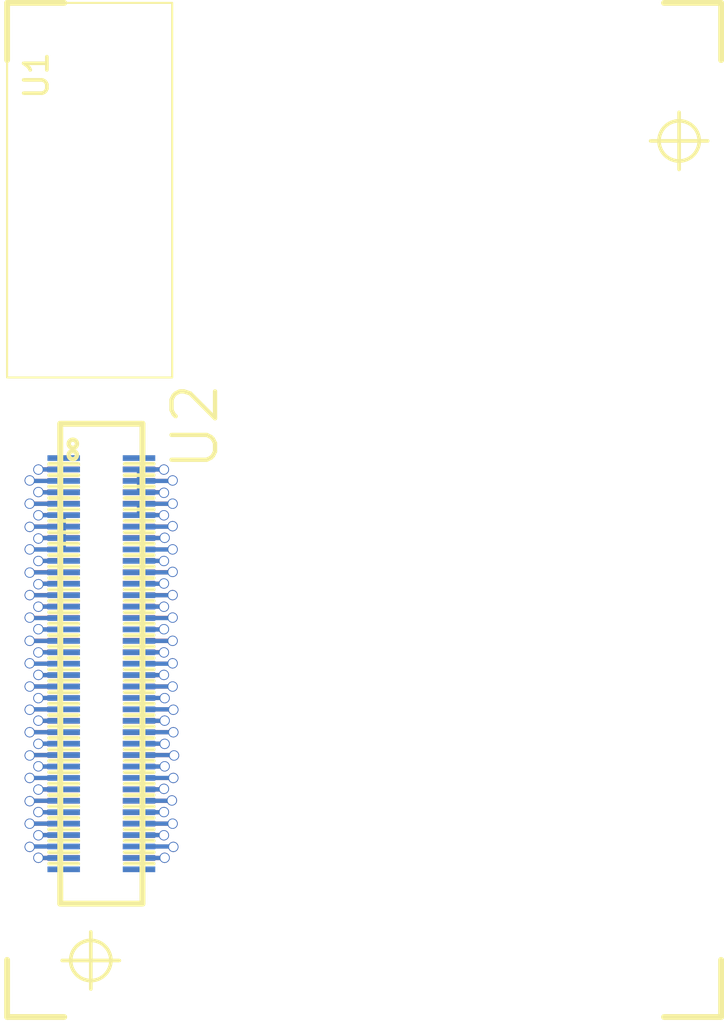
<source format=kicad_pcb>
(kicad_pcb (version 4) (host pcbnew 4.0.3-stable)

  (general
    (links 78)
    (no_connects 2)
    (area 105.941002 73.732359 146.027281 111.951498)
    (thickness 1.6)
    (drawings 0)
    (tracks 362)
    (zones 0)
    (modules 2)
    (nets 63)
  )

  (page A4)
  (layers
    (0 F.Cu signal)
    (1 In1.Cu power)
    (2 In2.Cu power)
    (31 B.Cu signal)
    (36 B.SilkS user)
    (37 F.SilkS user)
    (38 B.Mask user)
    (39 F.Mask user)
    (44 Edge.Cuts user)
    (49 F.Fab user)
  )

  (setup
    (last_trace_width 0.15)
    (trace_clearance 0.127)
    (zone_clearance 0.508)
    (zone_45_only yes)
    (trace_min 0.127)
    (segment_width 0.2)
    (edge_width 0.15)
    (via_size 0.36)
    (via_drill 0.3)
    (via_min_size 0.3556)
    (via_min_drill 0.254)
    (uvia_size 0.3)
    (uvia_drill 0.1)
    (uvias_allowed no)
    (uvia_min_size 0.2)
    (uvia_min_drill 0.1)
    (pcb_text_width 0.3)
    (pcb_text_size 1.5 1.5)
    (mod_edge_width 0.15)
    (mod_text_size 1 1)
    (mod_text_width 0.15)
    (pad_size 0.19812 1.13792)
    (pad_drill 0)
    (pad_to_mask_clearance 0.2)
    (aux_axis_origin -0.77 7.5)
    (visible_elements FFFFFF7F)
    (pcbplotparams
      (layerselection 0x00030_80000001)
      (usegerberextensions false)
      (excludeedgelayer true)
      (linewidth 0.100000)
      (plotframeref false)
      (viasonmask false)
      (mode 1)
      (useauxorigin false)
      (hpglpennumber 1)
      (hpglpenspeed 20)
      (hpglpendiameter 15)
      (hpglpenoverlay 2)
      (psnegative false)
      (psa4output false)
      (plotreference true)
      (plotvalue true)
      (plotinvisibletext false)
      (padsonsilk false)
      (subtractmaskfromsilk false)
      (outputformat 1)
      (mirror false)
      (drillshape 1)
      (scaleselection 1)
      (outputdirectory ""))
  )

  (net 0 "")
  (net 1 "/Edison Connectors/E_GND")
  (net 2 "/Edison Connectors/E_VSYS")
  (net 3 "/Edison Connectors/E_USB_ID")
  (net 4 "/Edison Connectors/E_MSIC_SLP_CLK")
  (net 5 "/Edison Connectors/E_3_3V")
  (net 6 "/Edison Connectors/E_1_8V")
  (net 7 "/Edison Connectors/E_DCIN")
  (net 8 "/Edison Connectors/E_USB_DP")
  (net 9 "/Edison Connectors/E_PWRBTN#")
  (net 10 "/Edison Connectors/E_USB_DN")
  (net 11 "/Edison Connectors/E_FAULT")
  (net 12 "/Edison Connectors/E_USB_VBUS")
  (net 13 "/Edison Connectors/E_PSW")
  (net 14 "/Edison Connectors/E_GP134_UART_2_RX")
  (net 15 "/Edison Connectors/E_VAT_BKUP")
  (net 16 "/Edison Connectors/E_GP44")
  (net 17 "/Edison Connectors/E_GP165")
  (net 18 "/Edison Connectors/E_GP45")
  (net 19 "/Edison Connectors/E_GP135_UART_2_TX")
  (net 20 "/Edison Connectors/E_GP46")
  (net 21 "/Edison Connectors/E_GP47")
  (net 22 "/Edison Connectors/E_RCVR_MODE")
  (net 23 "/Edison Connectors/E_GP48")
  (net 24 "/Edison Connectors/E_GP13_PWM1")
  (net 25 "/Edison Connectors/E_GP49")
  (net 26 "/Edison Connectors/E_GP12_PWM0")
  (net 27 "/Edison Connectors/E_RESET_OUT#")
  (net 28 "/Edison Connectors/E_GP182_PWM2")
  (net 29 "/Edison Connectors/E_GP183_PWM3")
  (net 30 "/Edison Connectors/E_GP19_I2C_1_SCL")
  (net 31 "/Edison Connectors/E_GP15")
  (net 32 "/Edison Connectors/E_GP20_I2C_1_SDA")
  (net 33 "/Edison Connectors/E_GP84_SD_CLK_FB")
  (net 34 "/Edison Connectors/E_GP27_I2C_6_SCL")
  (net 35 "/Edison Connectors/E_GP131_UART_1_TX")
  (net 36 "/Edison Connectors/E_GP28_I2C_6_SDA")
  (net 37 "/Edison Connectors/E_GP14")
  (net 38 "/Edison Connectors/E_GP42_I2S_2_RXD")
  (net 39 "/Edison Connectors/E_GP111_SPI_2_FS1")
  (net 40 "/Edison Connectors/E_GP40_I2S_2_CLK")
  (net 41 "/Edison Connectors/E_GP110_SPI_2_FS0")
  (net 42 "/Edison Connectors/E_GP41_I2S_2_FS")
  (net 43 "/Edison Connectors/E_GP109_SPI_2_CLK")
  (net 44 "/Edison Connectors/E_GP43_I2S_2_TXD")
  (net 45 "/Edison Connectors/E_GP115_SPI_2_TXD")
  (net 46 "/Edison Connectors/E_GP78_SD_0_CLK")
  (net 47 "/Edison Connectors/E_GP114_SPI_2_RXD")
  (net 48 "/Edison Connectors/E_GP77_SD_0_CD#")
  (net 49 "/Edison Connectors/E_GP130_UART_1_RX")
  (net 50 "/Edison Connectors/E_GP79_SD_0_CMD")
  (net 51 "/Edison Connectors/E_GP129_UART_1_RTS")
  (net 52 "/Edison Connectors/E_GP82_SD_0_DAT2")
  (net 53 "/Edison Connectors/E_GP128_UART_1_CTS")
  (net 54 "/Edison Connectors/E_GP80_SD_0_DAT0")
  (net 55 "/Edison Connectors/E_OSC_CLK_OUT")
  (net 56 "/Edison Connectors/E_GP83_SD_0_DAT3")
  (net 57 "/Edison Connectors/E_FW_RCVR")
  (net 58 "/Edison Connectors/E_GP81_SD_0_DAT1")
  (net 59 "/Edison Connectors/E_NC_29")
  (net 60 "/Edison Connectors/E_NC_38")
  (net 61 "/Edison Connectors/E_NC_40")
  (net 62 "/Edison Connectors/E_NC_49")

  (net_class Default "This is the default net class."
    (clearance 0.127)
    (trace_width 0.15)
    (via_dia 0.36)
    (via_drill 0.3)
    (uvia_dia 0.3)
    (uvia_drill 0.1)
    (add_net "/Edison Connectors/E_1_8V")
    (add_net "/Edison Connectors/E_3_3V")
    (add_net "/Edison Connectors/E_DCIN")
    (add_net "/Edison Connectors/E_FAULT")
    (add_net "/Edison Connectors/E_FW_RCVR")
    (add_net "/Edison Connectors/E_GND")
    (add_net "/Edison Connectors/E_GP109_SPI_2_CLK")
    (add_net "/Edison Connectors/E_GP110_SPI_2_FS0")
    (add_net "/Edison Connectors/E_GP111_SPI_2_FS1")
    (add_net "/Edison Connectors/E_GP114_SPI_2_RXD")
    (add_net "/Edison Connectors/E_GP115_SPI_2_TXD")
    (add_net "/Edison Connectors/E_GP128_UART_1_CTS")
    (add_net "/Edison Connectors/E_GP129_UART_1_RTS")
    (add_net "/Edison Connectors/E_GP12_PWM0")
    (add_net "/Edison Connectors/E_GP130_UART_1_RX")
    (add_net "/Edison Connectors/E_GP131_UART_1_TX")
    (add_net "/Edison Connectors/E_GP134_UART_2_RX")
    (add_net "/Edison Connectors/E_GP135_UART_2_TX")
    (add_net "/Edison Connectors/E_GP13_PWM1")
    (add_net "/Edison Connectors/E_GP14")
    (add_net "/Edison Connectors/E_GP15")
    (add_net "/Edison Connectors/E_GP165")
    (add_net "/Edison Connectors/E_GP182_PWM2")
    (add_net "/Edison Connectors/E_GP183_PWM3")
    (add_net "/Edison Connectors/E_GP19_I2C_1_SCL")
    (add_net "/Edison Connectors/E_GP20_I2C_1_SDA")
    (add_net "/Edison Connectors/E_GP27_I2C_6_SCL")
    (add_net "/Edison Connectors/E_GP28_I2C_6_SDA")
    (add_net "/Edison Connectors/E_GP40_I2S_2_CLK")
    (add_net "/Edison Connectors/E_GP41_I2S_2_FS")
    (add_net "/Edison Connectors/E_GP42_I2S_2_RXD")
    (add_net "/Edison Connectors/E_GP43_I2S_2_TXD")
    (add_net "/Edison Connectors/E_GP44")
    (add_net "/Edison Connectors/E_GP45")
    (add_net "/Edison Connectors/E_GP46")
    (add_net "/Edison Connectors/E_GP47")
    (add_net "/Edison Connectors/E_GP48")
    (add_net "/Edison Connectors/E_GP49")
    (add_net "/Edison Connectors/E_GP77_SD_0_CD#")
    (add_net "/Edison Connectors/E_GP78_SD_0_CLK")
    (add_net "/Edison Connectors/E_GP79_SD_0_CMD")
    (add_net "/Edison Connectors/E_GP80_SD_0_DAT0")
    (add_net "/Edison Connectors/E_GP81_SD_0_DAT1")
    (add_net "/Edison Connectors/E_GP82_SD_0_DAT2")
    (add_net "/Edison Connectors/E_GP83_SD_0_DAT3")
    (add_net "/Edison Connectors/E_GP84_SD_CLK_FB")
    (add_net "/Edison Connectors/E_MSIC_SLP_CLK")
    (add_net "/Edison Connectors/E_NC_29")
    (add_net "/Edison Connectors/E_NC_38")
    (add_net "/Edison Connectors/E_NC_40")
    (add_net "/Edison Connectors/E_NC_49")
    (add_net "/Edison Connectors/E_OSC_CLK_OUT")
    (add_net "/Edison Connectors/E_PSW")
    (add_net "/Edison Connectors/E_PWRBTN#")
    (add_net "/Edison Connectors/E_RCVR_MODE")
    (add_net "/Edison Connectors/E_RESET_OUT#")
    (add_net "/Edison Connectors/E_USB_DN")
    (add_net "/Edison Connectors/E_USB_DP")
    (add_net "/Edison Connectors/E_USB_ID")
    (add_net "/Edison Connectors/E_USB_VBUS")
    (add_net "/Edison Connectors/E_VAT_BKUP")
    (add_net "/Edison Connectors/E_VSYS")
  )

  (module Edison.kicad_mod:Edison-EDISON_DAUGHTER locked (layer F.Cu) (tedit 5844F172) (tstamp 5844F1AA)
    (at 120.8 109.46)
    (path /5844CED0/5844D5F3)
    (attr smd)
    (fp_text reference U1 (at 1.02108 -32.95904 270) (layer F.SilkS)
      (effects (font (size 0.8128 0.8128) (thickness 0.127)))
    )
    (fp_text value EDISON_CONNECTOR_FULL (at 0 0) (layer F.SilkS) hide
      (effects (font (thickness 0.15)))
    )
    (fp_line (start 0 -22.38756) (end 5.7785 -22.38756) (layer F.SilkS) (width 0.06604))
    (fp_line (start 5.7785 -22.38756) (end 5.7785 -35.49904) (layer F.SilkS) (width 0.06604))
    (fp_line (start 0 -35.49904) (end 5.7785 -35.49904) (layer F.SilkS) (width 0.06604))
    (fp_line (start 0 -22.38756) (end 0 -35.49904) (layer F.SilkS) (width 0.06604))
    (fp_line (start 0 -22.38756) (end 5.7785 -22.38756) (layer F.SilkS) (width 0.06604))
    (fp_line (start 5.7785 -22.38756) (end 5.7785 -35.49904) (layer F.SilkS) (width 0.06604))
    (fp_line (start 0 -35.49904) (end 5.7785 -35.49904) (layer F.SilkS) (width 0.06604))
    (fp_line (start 0 -22.38756) (end 0 -35.49904) (layer F.SilkS) (width 0.06604))
    (fp_line (start 1.85928 -3.96748) (end 1.85928 -20.76958) (layer F.SilkS) (width 0.2032))
    (fp_line (start 1.85928 -20.76958) (end 4.73964 -20.76958) (layer F.SilkS) (width 0.2032))
    (fp_line (start 4.73964 -20.76958) (end 4.73964 -3.96748) (layer F.SilkS) (width 0.2032))
    (fp_line (start 4.73964 -3.96748) (end 1.85928 -3.96748) (layer F.SilkS) (width 0.2032))
    (fp_line (start 0 -35.49904) (end 1.99898 -35.49904) (layer F.SilkS) (width 0.2032))
    (fp_line (start 22.9997 -35.49904) (end 24.99868 -35.49904) (layer F.SilkS) (width 0.2032))
    (fp_line (start 24.99868 -35.49904) (end 24.99868 -33.49752) (layer F.SilkS) (width 0.2032))
    (fp_line (start 24.99868 -1.99898) (end 24.99868 0) (layer F.SilkS) (width 0.2032))
    (fp_line (start 24.99868 0) (end 22.9997 0) (layer F.SilkS) (width 0.2032))
    (fp_line (start 1.99898 0) (end 0 0) (layer F.SilkS) (width 0.2032))
    (fp_line (start 0 0) (end 0 -1.99898) (layer F.SilkS) (width 0.2032))
    (fp_line (start 0 -33.49752) (end 0 -35.49904) (layer F.SilkS) (width 0.2032))
    (fp_line (start 1.46812 -18.96872) (end 2.4892 -18.96872) (layer F.SilkS) (width 0.127))
    (fp_line (start 4.1148 -18.96872) (end 5.13334 -18.96872) (layer F.SilkS) (width 0.127))
    (fp_line (start 1.46812 -18.56994) (end 2.4892 -18.56994) (layer F.SilkS) (width 0.127))
    (fp_line (start 4.1148 -18.56994) (end 5.13334 -18.56994) (layer F.SilkS) (width 0.127))
    (fp_line (start 1.46812 -18.16862) (end 2.4892 -18.16862) (layer F.SilkS) (width 0.127))
    (fp_line (start 4.1148 -18.16862) (end 5.13334 -18.16862) (layer F.SilkS) (width 0.127))
    (fp_line (start 1.46812 -17.76984) (end 2.4892 -17.76984) (layer F.SilkS) (width 0.127))
    (fp_line (start 4.1148 -17.76984) (end 5.13334 -17.76984) (layer F.SilkS) (width 0.127))
    (fp_line (start 1.46812 -17.36852) (end 2.4892 -17.36852) (layer F.SilkS) (width 0.127))
    (fp_line (start 4.1148 -17.36852) (end 5.13334 -17.36852) (layer F.SilkS) (width 0.127))
    (fp_line (start 1.46812 -16.96974) (end 2.4892 -16.96974) (layer F.SilkS) (width 0.127))
    (fp_line (start 4.1148 -16.96974) (end 5.13334 -16.96974) (layer F.SilkS) (width 0.127))
    (fp_line (start 1.46812 -16.56842) (end 2.4892 -16.56842) (layer F.SilkS) (width 0.127))
    (fp_line (start 4.1148 -16.56842) (end 5.13334 -16.56842) (layer F.SilkS) (width 0.127))
    (fp_line (start 1.46812 -16.16964) (end 2.4892 -16.16964) (layer F.SilkS) (width 0.127))
    (fp_line (start 4.1148 -16.16964) (end 5.13334 -16.16964) (layer F.SilkS) (width 0.127))
    (fp_line (start 1.46812 -15.76832) (end 2.4892 -15.76832) (layer F.SilkS) (width 0.127))
    (fp_line (start 4.1148 -15.76832) (end 5.13334 -15.76832) (layer F.SilkS) (width 0.127))
    (fp_line (start 1.46812 -15.36954) (end 2.4892 -15.36954) (layer F.SilkS) (width 0.127))
    (fp_line (start 4.1148 -15.36954) (end 5.13334 -15.36954) (layer F.SilkS) (width 0.127))
    (fp_line (start 1.46812 -14.96822) (end 2.4892 -14.96822) (layer F.SilkS) (width 0.127))
    (fp_line (start 4.1148 -14.96822) (end 5.13334 -14.96822) (layer F.SilkS) (width 0.127))
    (fp_line (start 1.46812 -14.56944) (end 2.4892 -14.56944) (layer F.SilkS) (width 0.127))
    (fp_line (start 4.1148 -14.56944) (end 5.13334 -14.56944) (layer F.SilkS) (width 0.127))
    (fp_line (start 1.46812 -14.16812) (end 2.4892 -14.16812) (layer F.SilkS) (width 0.127))
    (fp_line (start 4.1148 -14.16812) (end 5.13334 -14.16812) (layer F.SilkS) (width 0.127))
    (fp_line (start 1.46812 -13.76934) (end 2.4892 -13.76934) (layer F.SilkS) (width 0.127))
    (fp_line (start 4.1148 -13.76934) (end 5.13334 -13.76934) (layer F.SilkS) (width 0.127))
    (fp_line (start 1.46812 -13.36802) (end 2.4892 -13.36802) (layer F.SilkS) (width 0.127))
    (fp_line (start 4.1148 -13.36802) (end 5.13334 -13.36802) (layer F.SilkS) (width 0.127))
    (fp_line (start 1.46812 -12.96924) (end 2.4892 -12.96924) (layer F.SilkS) (width 0.127))
    (fp_line (start 4.1148 -12.96924) (end 5.13334 -12.96924) (layer F.SilkS) (width 0.127))
    (fp_line (start 1.46812 -12.56792) (end 2.4892 -12.56792) (layer F.SilkS) (width 0.127))
    (fp_line (start 4.1148 -12.56792) (end 5.13334 -12.56792) (layer F.SilkS) (width 0.127))
    (fp_line (start 1.46812 -12.16914) (end 2.4892 -12.16914) (layer F.SilkS) (width 0.127))
    (fp_line (start 4.1148 -12.16914) (end 5.13334 -12.16914) (layer F.SilkS) (width 0.127))
    (fp_line (start 1.46812 -11.76782) (end 2.4892 -11.76782) (layer F.SilkS) (width 0.127))
    (fp_line (start 4.1148 -11.76782) (end 5.13334 -11.76782) (layer F.SilkS) (width 0.127))
    (fp_line (start 1.46812 -11.36904) (end 2.4892 -11.36904) (layer F.SilkS) (width 0.127))
    (fp_line (start 4.1148 -11.36904) (end 5.13334 -11.36904) (layer F.SilkS) (width 0.127))
    (fp_line (start 1.46812 -10.96772) (end 2.4892 -10.96772) (layer F.SilkS) (width 0.127))
    (fp_line (start 4.1148 -10.96772) (end 5.13334 -10.96772) (layer F.SilkS) (width 0.127))
    (fp_line (start 1.46812 -10.56894) (end 2.4892 -10.56894) (layer F.SilkS) (width 0.127))
    (fp_line (start 4.1148 -10.56894) (end 5.13334 -10.56894) (layer F.SilkS) (width 0.127))
    (fp_line (start 1.46812 -10.16762) (end 2.4892 -10.16762) (layer F.SilkS) (width 0.127))
    (fp_line (start 4.1148 -10.16762) (end 5.13334 -10.16762) (layer F.SilkS) (width 0.127))
    (fp_line (start 1.46812 -9.76884) (end 2.4892 -9.76884) (layer F.SilkS) (width 0.127))
    (fp_line (start 4.1148 -9.76884) (end 5.13334 -9.76884) (layer F.SilkS) (width 0.127))
    (fp_line (start 1.46812 -9.36752) (end 2.4892 -9.36752) (layer F.SilkS) (width 0.127))
    (fp_line (start 4.1148 -9.36752) (end 5.13334 -9.36752) (layer F.SilkS) (width 0.127))
    (fp_line (start 1.46812 -8.96874) (end 2.4892 -8.96874) (layer F.SilkS) (width 0.127))
    (fp_line (start 4.1148 -8.96874) (end 5.13334 -8.96874) (layer F.SilkS) (width 0.127))
    (fp_line (start 1.46812 -8.56996) (end 2.4892 -8.56996) (layer F.SilkS) (width 0.127))
    (fp_line (start 4.1148 -8.56996) (end 5.13334 -8.56996) (layer F.SilkS) (width 0.127))
    (fp_line (start 1.46812 -8.16864) (end 2.4892 -8.16864) (layer F.SilkS) (width 0.127))
    (fp_line (start 4.1148 -8.16864) (end 5.13334 -8.16864) (layer F.SilkS) (width 0.127))
    (fp_line (start 1.46812 -7.76986) (end 2.4892 -7.76986) (layer F.SilkS) (width 0.127))
    (fp_line (start 4.1148 -7.76986) (end 5.13334 -7.76986) (layer F.SilkS) (width 0.127))
    (fp_line (start 1.46812 -7.36854) (end 2.4892 -7.36854) (layer F.SilkS) (width 0.127))
    (fp_line (start 4.1148 -7.36854) (end 5.13334 -7.36854) (layer F.SilkS) (width 0.127))
    (fp_line (start 1.46812 -6.96976) (end 2.4892 -6.96976) (layer F.SilkS) (width 0.127))
    (fp_line (start 4.1148 -6.96976) (end 5.13334 -6.96976) (layer F.SilkS) (width 0.127))
    (fp_line (start 1.46812 -6.56844) (end 2.4892 -6.56844) (layer F.SilkS) (width 0.127))
    (fp_line (start 4.1148 -6.56844) (end 5.13334 -6.56844) (layer F.SilkS) (width 0.127))
    (fp_line (start 1.46812 -6.16966) (end 2.4892 -6.16966) (layer F.SilkS) (width 0.127))
    (fp_line (start 4.1148 -6.16966) (end 5.13334 -6.16966) (layer F.SilkS) (width 0.127))
    (fp_line (start 1.46812 -5.76834) (end 2.4892 -5.76834) (layer F.SilkS) (width 0.127))
    (fp_line (start 4.1148 -5.76834) (end 5.13334 -5.76834) (layer F.SilkS) (width 0.127))
    (fp_line (start 1.40716 -19.3167) (end 2.55016 -19.3167) (layer F.SilkS) (width 0.0254))
    (fp_circle (center 2.2987 -19.66976) (end 2.34696 -19.71802) (layer F.SilkS) (width 0.1524))
    (fp_circle (center 23.52802 -30.66796) (end 24.02586 -31.1658) (layer F.SilkS) (width 0.127))
    (fp_line (start 22.5298 -30.66796) (end 24.52878 -30.66796) (layer F.SilkS) (width 0.127))
    (fp_line (start 23.52802 -29.66974) (end 23.52802 -31.66872) (layer F.SilkS) (width 0.127))
    (fp_circle (center 2.92862 -1.97866) (end 3.42646 -2.4765) (layer F.SilkS) (width 0.127))
    (fp_line (start 1.92786 -1.97866) (end 3.92938 -1.97866) (layer F.SilkS) (width 0.127))
    (fp_line (start 2.92862 -0.9779) (end 2.92862 -2.97942) (layer F.SilkS) (width 0.127))
    (pad 1 smd rect (at 1.97866 -19.16938 90) (size 0.19812 1.13792) (layers F.Cu F.Mask)
      (net 1 "/Edison Connectors/E_GND"))
    (pad 2 smd rect (at 4.61772 -19.16938 90) (size 0.19812 1.13792) (layers F.Cu F.Mask)
      (net 2 "/Edison Connectors/E_VSYS"))
    (pad 3 smd rect (at 1.97866 -18.76806 90) (size 0.19812 1.13792) (layers F.Cu F.Mask)
      (net 3 "/Edison Connectors/E_USB_ID"))
    (pad 4 smd rect (at 4.61772 -18.76806 90) (size 0.19812 1.13792) (layers F.Cu F.Mask)
      (net 2 "/Edison Connectors/E_VSYS"))
    (pad 5 smd rect (at 1.97866 -18.36928 90) (size 0.19812 1.13792) (layers F.Cu F.Mask)
      (net 1 "/Edison Connectors/E_GND"))
    (pad 6 smd rect (at 4.61772 -18.36928 90) (size 0.19812 1.13792) (layers F.Cu F.Mask)
      (net 2 "/Edison Connectors/E_VSYS"))
    (pad 7 smd rect (at 1.97866 -17.96796 90) (size 0.19812 1.13792) (layers F.Cu F.Mask)
      (net 4 "/Edison Connectors/E_MSIC_SLP_CLK"))
    (pad 8 smd rect (at 4.61772 -17.96796 90) (size 0.19812 1.13792) (layers F.Cu F.Mask)
      (net 5 "/Edison Connectors/E_3_3V"))
    (pad 9 smd rect (at 1.97866 -17.56918 90) (size 0.19812 1.13792) (layers F.Cu F.Mask)
      (net 1 "/Edison Connectors/E_GND"))
    (pad 10 smd rect (at 4.61772 -17.56918 90) (size 0.19812 1.13792) (layers F.Cu F.Mask)
      (net 5 "/Edison Connectors/E_3_3V"))
    (pad 11 smd rect (at 1.97866 -17.16786 90) (size 0.19812 1.13792) (layers F.Cu F.Mask)
      (net 1 "/Edison Connectors/E_GND"))
    (pad 12 smd rect (at 4.61772 -17.16786 90) (size 0.19812 1.13792) (layers F.Cu F.Mask)
      (net 6 "/Edison Connectors/E_1_8V"))
    (pad 13 smd rect (at 1.97866 -16.76908 90) (size 0.19812 1.13792) (layers F.Cu F.Mask)
      (net 1 "/Edison Connectors/E_GND"))
    (pad 14 smd rect (at 4.61772 -16.76908 90) (size 0.19812 1.13792) (layers F.Cu F.Mask)
      (net 7 "/Edison Connectors/E_DCIN"))
    (pad 15 smd rect (at 1.97866 -16.36776 90) (size 0.19812 1.13792) (layers F.Cu F.Mask)
      (net 1 "/Edison Connectors/E_GND"))
    (pad 16 smd rect (at 4.61772 -16.36776 90) (size 0.19812 1.13792) (layers F.Cu F.Mask)
      (net 8 "/Edison Connectors/E_USB_DP"))
    (pad 17 smd rect (at 1.97866 -15.96898 90) (size 0.19812 1.13792) (layers F.Cu F.Mask)
      (net 9 "/Edison Connectors/E_PWRBTN#"))
    (pad 18 smd rect (at 4.61772 -15.96898 90) (size 0.19812 1.13792) (layers F.Cu F.Mask)
      (net 10 "/Edison Connectors/E_USB_DN"))
    (pad 19 smd rect (at 1.97866 -15.56766 90) (size 0.19812 1.13792) (layers F.Cu F.Mask)
      (net 11 "/Edison Connectors/E_FAULT"))
    (pad 20 smd rect (at 4.61772 -15.56766 90) (size 0.19812 1.13792) (layers F.Cu F.Mask)
      (net 12 "/Edison Connectors/E_USB_VBUS"))
    (pad 21 smd rect (at 1.97866 -15.16888 90) (size 0.19812 1.13792) (layers F.Cu F.Mask)
      (net 13 "/Edison Connectors/E_PSW"))
    (pad 22 smd rect (at 4.61772 -15.16888 90) (size 0.19812 1.13792) (layers F.Cu F.Mask)
      (net 14 "/Edison Connectors/E_GP134_UART_2_RX"))
    (pad 23 smd rect (at 1.97866 -14.76756 90) (size 0.19812 1.13792) (layers F.Cu F.Mask)
      (net 15 "/Edison Connectors/E_VAT_BKUP"))
    (pad 24 smd rect (at 4.61772 -14.76756 90) (size 0.19812 1.13792) (layers F.Cu F.Mask)
      (net 16 "/Edison Connectors/E_GP44"))
    (pad 25 smd rect (at 1.97866 -14.36878 90) (size 0.19812 1.13792) (layers F.Cu F.Mask)
      (net 17 "/Edison Connectors/E_GP165"))
    (pad 26 smd rect (at 4.61772 -14.36878 90) (size 0.19812 1.13792) (layers F.Cu F.Mask)
      (net 18 "/Edison Connectors/E_GP45"))
    (pad 27 smd rect (at 1.97866 -13.97 90) (size 0.19812 1.13792) (layers F.Cu F.Mask)
      (net 19 "/Edison Connectors/E_GP135_UART_2_TX"))
    (pad 28 smd rect (at 4.61772 -13.97 90) (size 0.19812 1.13792) (layers F.Cu F.Mask)
      (net 20 "/Edison Connectors/E_GP46"))
    (pad 29 smd rect (at 1.97866 -13.56868 90) (size 0.19812 1.13792) (layers F.Cu F.Mask)
      (net 59 "/Edison Connectors/E_NC_29"))
    (pad 30 smd rect (at 4.61772 -13.56868 90) (size 0.19812 1.13792) (layers F.Cu F.Mask)
      (net 21 "/Edison Connectors/E_GP47"))
    (pad 31 smd rect (at 1.97866 -13.1699 90) (size 0.19812 1.13792) (layers F.Cu F.Mask)
      (net 22 "/Edison Connectors/E_RCVR_MODE"))
    (pad 32 smd rect (at 4.61772 -13.1699 90) (size 0.19812 1.13792) (layers F.Cu F.Mask)
      (net 23 "/Edison Connectors/E_GP48"))
    (pad 33 smd rect (at 1.97866 -12.76858 90) (size 0.19812 1.13792) (layers F.Cu F.Mask)
      (net 24 "/Edison Connectors/E_GP13_PWM1"))
    (pad 34 smd rect (at 4.61772 -12.76858 90) (size 0.19812 1.13792) (layers F.Cu F.Mask)
      (net 25 "/Edison Connectors/E_GP49"))
    (pad 35 smd rect (at 1.97866 -12.3698 90) (size 0.19812 1.13792) (layers F.Cu F.Mask)
      (net 26 "/Edison Connectors/E_GP12_PWM0"))
    (pad 36 smd rect (at 4.61772 -12.3698 90) (size 0.19812 1.13792) (layers F.Cu F.Mask)
      (net 27 "/Edison Connectors/E_RESET_OUT#"))
    (pad 37 smd rect (at 1.97866 -11.96848 90) (size 0.19812 1.13792) (layers F.Cu F.Mask)
      (net 28 "/Edison Connectors/E_GP182_PWM2"))
    (pad 38 smd rect (at 4.61772 -11.96848 90) (size 0.19812 1.13792) (layers F.Cu F.Mask)
      (net 60 "/Edison Connectors/E_NC_38"))
    (pad 39 smd rect (at 1.97866 -11.5697 90) (size 0.19812 1.13792) (layers F.Cu F.Mask)
      (net 29 "/Edison Connectors/E_GP183_PWM3"))
    (pad 40 smd rect (at 4.61772 -11.5697 90) (size 0.19812 1.13792) (layers F.Cu F.Mask)
      (net 61 "/Edison Connectors/E_NC_40"))
    (pad 41 smd rect (at 1.97866 -11.16838 90) (size 0.19812 1.13792) (layers F.Cu F.Mask)
      (net 30 "/Edison Connectors/E_GP19_I2C_1_SCL"))
    (pad 42 smd rect (at 4.61772 -11.16838 90) (size 0.19812 1.13792) (layers F.Cu F.Mask)
      (net 31 "/Edison Connectors/E_GP15"))
    (pad 43 smd rect (at 1.97866 -10.7696 90) (size 0.19812 1.13792) (layers F.Cu F.Mask)
      (net 32 "/Edison Connectors/E_GP20_I2C_1_SDA"))
    (pad 44 smd rect (at 4.61772 -10.7696 90) (size 0.19812 1.13792) (layers F.Cu F.Mask)
      (net 33 "/Edison Connectors/E_GP84_SD_CLK_FB"))
    (pad 45 smd rect (at 1.97866 -10.36828 90) (size 0.19812 1.13792) (layers F.Cu F.Mask)
      (net 34 "/Edison Connectors/E_GP27_I2C_6_SCL"))
    (pad 46 smd rect (at 4.61772 -10.36828 90) (size 0.19812 1.13792) (layers F.Cu F.Mask)
      (net 35 "/Edison Connectors/E_GP131_UART_1_TX"))
    (pad 47 smd rect (at 1.97866 -9.9695 90) (size 0.19812 1.13792) (layers F.Cu F.Mask)
      (net 36 "/Edison Connectors/E_GP28_I2C_6_SDA"))
    (pad 48 smd rect (at 4.61772 -9.9695 90) (size 0.19812 1.13792) (layers F.Cu F.Mask)
      (net 37 "/Edison Connectors/E_GP14"))
    (pad 49 smd rect (at 1.97866 -9.56818 90) (size 0.19812 1.13792) (layers F.Cu F.Mask)
      (net 62 "/Edison Connectors/E_NC_49"))
    (pad 50 smd rect (at 4.61772 -9.56818 90) (size 0.19812 1.13792) (layers F.Cu F.Mask)
      (net 38 "/Edison Connectors/E_GP42_I2S_2_RXD"))
    (pad 51 smd rect (at 1.97866 -9.1694 90) (size 0.19812 1.13792) (layers F.Cu F.Mask)
      (net 39 "/Edison Connectors/E_GP111_SPI_2_FS1"))
    (pad 52 smd rect (at 4.61772 -9.1694 90) (size 0.19812 1.13792) (layers F.Cu F.Mask)
      (net 40 "/Edison Connectors/E_GP40_I2S_2_CLK"))
    (pad 53 smd rect (at 1.97866 -8.76808 90) (size 0.19812 1.13792) (layers F.Cu F.Mask)
      (net 41 "/Edison Connectors/E_GP110_SPI_2_FS0"))
    (pad 54 smd rect (at 4.61772 -8.76808 90) (size 0.19812 1.13792) (layers F.Cu F.Mask)
      (net 42 "/Edison Connectors/E_GP41_I2S_2_FS"))
    (pad 55 smd rect (at 1.97866 -8.3693 90) (size 0.19812 1.13792) (layers F.Cu F.Mask)
      (net 43 "/Edison Connectors/E_GP109_SPI_2_CLK"))
    (pad 56 smd rect (at 4.61772 -8.3693 90) (size 0.19812 1.13792) (layers F.Cu F.Mask)
      (net 44 "/Edison Connectors/E_GP43_I2S_2_TXD"))
    (pad 57 smd rect (at 1.97866 -7.96798 90) (size 0.19812 1.13792) (layers F.Cu F.Mask)
      (net 45 "/Edison Connectors/E_GP115_SPI_2_TXD"))
    (pad 58 smd rect (at 4.61772 -7.96798 90) (size 0.19812 1.13792) (layers F.Cu F.Mask)
      (net 46 "/Edison Connectors/E_GP78_SD_0_CLK"))
    (pad 59 smd rect (at 1.97866 -7.5692 90) (size 0.19812 1.13792) (layers F.Cu F.Mask)
      (net 47 "/Edison Connectors/E_GP114_SPI_2_RXD"))
    (pad 60 smd rect (at 4.61772 -7.5692 90) (size 0.19812 1.13792) (layers F.Cu F.Mask)
      (net 48 "/Edison Connectors/E_GP77_SD_0_CD#"))
    (pad 61 smd rect (at 1.97866 -7.16788 90) (size 0.19812 1.13792) (layers F.Cu F.Mask)
      (net 49 "/Edison Connectors/E_GP130_UART_1_RX"))
    (pad 62 smd rect (at 4.61772 -7.16788 90) (size 0.19812 1.13792) (layers F.Cu F.Mask)
      (net 50 "/Edison Connectors/E_GP79_SD_0_CMD"))
    (pad 63 smd rect (at 1.97866 -6.7691 90) (size 0.19812 1.13792) (layers F.Cu F.Mask)
      (net 51 "/Edison Connectors/E_GP129_UART_1_RTS"))
    (pad 64 smd rect (at 4.61772 -6.7691 90) (size 0.19812 1.13792) (layers F.Cu F.Mask)
      (net 52 "/Edison Connectors/E_GP82_SD_0_DAT2"))
    (pad 65 smd rect (at 1.97866 -6.36778 90) (size 0.19812 1.13792) (layers F.Cu F.Mask)
      (net 53 "/Edison Connectors/E_GP128_UART_1_CTS"))
    (pad 66 smd rect (at 4.61772 -6.36778 90) (size 0.19812 1.13792) (layers F.Cu F.Mask)
      (net 54 "/Edison Connectors/E_GP80_SD_0_DAT0"))
    (pad 67 smd rect (at 1.97866 -5.969 90) (size 0.19812 1.13792) (layers F.Cu F.Mask)
      (net 55 "/Edison Connectors/E_OSC_CLK_OUT"))
    (pad 68 smd rect (at 4.61772 -5.969 90) (size 0.19812 1.13792) (layers F.Cu F.Mask)
      (net 56 "/Edison Connectors/E_GP83_SD_0_DAT3"))
    (pad 69 smd rect (at 1.97866 -5.56768 90) (size 0.19812 1.13792) (layers F.Cu F.Mask)
      (net 57 "/Edison Connectors/E_FW_RCVR"))
    (pad 70 smd rect (at 4.61772 -5.56768 90) (size 0.19812 1.13792) (layers F.Cu F.Mask)
      (net 58 "/Edison Connectors/E_GP81_SD_0_DAT1"))
  )

  (module "Edison.kicad_mod:Edison-DF40C-70DP-0.4(51)" locked (layer F.Cu) (tedit 5844F615) (tstamp 5844F1F3)
    (at 124.099 97.0925 90)
    (path /5844CED0/5844CF39)
    (attr smd)
    (fp_text reference U2 (at 8.3 3.283 90) (layer F.SilkS)
      (effects (font (thickness 0.15)))
    )
    (fp_text value EDISON_CONNECTOR_FULL (at 0 0 90) (layer F.SilkS) hide
      (effects (font (thickness 0.15)))
    )
    (fp_line (start -8.39978 -1.43764) (end 8.39978 -1.43764) (layer F.SilkS) (width 0.2032))
    (fp_line (start 8.39978 -1.43764) (end 8.39978 1.43764) (layer F.SilkS) (width 0.2032))
    (fp_line (start 8.39978 1.43764) (end -8.39978 1.43764) (layer F.SilkS) (width 0.2032))
    (fp_line (start -8.39978 1.43764) (end -8.39978 -1.43764) (layer F.SilkS) (width 0.2032))
    (fp_line (start 6.59892 1.83388) (end 6.59892 0.8128) (layer F.SilkS) (width 0.127))
    (fp_line (start 6.59892 -0.80772) (end 6.59892 -1.8288) (layer F.SilkS) (width 0.127))
    (fp_line (start 6.1976 1.83388) (end 6.1976 0.8128) (layer F.SilkS) (width 0.127))
    (fp_line (start 6.1976 -0.80772) (end 6.1976 -1.8288) (layer F.SilkS) (width 0.127))
    (fp_line (start 5.79882 1.83388) (end 5.79882 0.8128) (layer F.SilkS) (width 0.127))
    (fp_line (start 5.79882 -0.80772) (end 5.79882 -1.8288) (layer F.SilkS) (width 0.127))
    (fp_line (start 5.3975 1.83388) (end 5.3975 0.8128) (layer F.SilkS) (width 0.127))
    (fp_line (start 5.3975 -0.80772) (end 5.3975 -1.8288) (layer F.SilkS) (width 0.127))
    (fp_line (start 4.99872 1.83388) (end 4.99872 0.8128) (layer F.SilkS) (width 0.127))
    (fp_line (start 4.99872 -0.80772) (end 4.99872 -1.8288) (layer F.SilkS) (width 0.127))
    (fp_line (start 4.59994 1.83388) (end 4.59994 0.8128) (layer F.SilkS) (width 0.127))
    (fp_line (start 4.59994 -0.80772) (end 4.59994 -1.8288) (layer F.SilkS) (width 0.127))
    (fp_line (start 4.19862 1.83388) (end 4.19862 0.8128) (layer F.SilkS) (width 0.127))
    (fp_line (start 4.19862 -0.80772) (end 4.19862 -1.8288) (layer F.SilkS) (width 0.127))
    (fp_line (start 3.79984 1.83388) (end 3.79984 0.8128) (layer F.SilkS) (width 0.127))
    (fp_line (start 3.79984 -0.80772) (end 3.79984 -1.8288) (layer F.SilkS) (width 0.127))
    (fp_line (start 3.39852 1.83388) (end 3.39852 0.8128) (layer F.SilkS) (width 0.127))
    (fp_line (start 3.39852 -0.80772) (end 3.39852 -1.8288) (layer F.SilkS) (width 0.127))
    (fp_line (start 2.99974 1.83388) (end 2.99974 0.8128) (layer F.SilkS) (width 0.127))
    (fp_line (start 2.99974 -0.80772) (end 2.99974 -1.8288) (layer F.SilkS) (width 0.127))
    (fp_line (start 2.59842 1.83388) (end 2.59842 0.8128) (layer F.SilkS) (width 0.127))
    (fp_line (start 2.59842 -0.80772) (end 2.59842 -1.8288) (layer F.SilkS) (width 0.127))
    (fp_line (start 2.19964 1.83388) (end 2.19964 0.8128) (layer F.SilkS) (width 0.127))
    (fp_line (start 2.19964 -0.80772) (end 2.19964 -1.8288) (layer F.SilkS) (width 0.127))
    (fp_line (start 1.79832 1.83388) (end 1.79832 0.8128) (layer F.SilkS) (width 0.127))
    (fp_line (start 1.79832 -0.80772) (end 1.79832 -1.8288) (layer F.SilkS) (width 0.127))
    (fp_line (start 1.39954 1.83388) (end 1.39954 0.8128) (layer F.SilkS) (width 0.127))
    (fp_line (start 1.39954 -0.80772) (end 1.39954 -1.8288) (layer F.SilkS) (width 0.127))
    (fp_line (start 0.99822 1.83388) (end 0.99822 0.8128) (layer F.SilkS) (width 0.127))
    (fp_line (start 0.99822 -0.80772) (end 0.99822 -1.8288) (layer F.SilkS) (width 0.127))
    (fp_line (start 0.59944 1.83388) (end 0.59944 0.8128) (layer F.SilkS) (width 0.127))
    (fp_line (start 0.59944 -0.80772) (end 0.59944 -1.8288) (layer F.SilkS) (width 0.127))
    (fp_line (start 0.19812 1.83388) (end 0.19812 0.8128) (layer F.SilkS) (width 0.127))
    (fp_line (start 0.19812 -0.80772) (end 0.19812 -1.8288) (layer F.SilkS) (width 0.127))
    (fp_line (start -0.19812 1.83388) (end -0.19812 0.8128) (layer F.SilkS) (width 0.127))
    (fp_line (start -0.19812 -0.80772) (end -0.19812 -1.8288) (layer F.SilkS) (width 0.127))
    (fp_line (start -0.59944 1.83388) (end -0.59944 0.8128) (layer F.SilkS) (width 0.127))
    (fp_line (start -0.59944 -0.80772) (end -0.59944 -1.8288) (layer F.SilkS) (width 0.127))
    (fp_line (start -0.99822 1.83388) (end -0.99822 0.8128) (layer F.SilkS) (width 0.127))
    (fp_line (start -0.99822 -0.80772) (end -0.99822 -1.8288) (layer F.SilkS) (width 0.127))
    (fp_line (start -1.39954 1.83388) (end -1.39954 0.8128) (layer F.SilkS) (width 0.127))
    (fp_line (start -1.39954 -0.80772) (end -1.39954 -1.8288) (layer F.SilkS) (width 0.127))
    (fp_line (start -1.79832 1.83388) (end -1.79832 0.8128) (layer F.SilkS) (width 0.127))
    (fp_line (start -1.79832 -0.80772) (end -1.79832 -1.8288) (layer F.SilkS) (width 0.127))
    (fp_line (start -2.19964 1.83388) (end -2.19964 0.8128) (layer F.SilkS) (width 0.127))
    (fp_line (start -2.19964 -0.80772) (end -2.19964 -1.8288) (layer F.SilkS) (width 0.127))
    (fp_line (start -2.59842 1.83388) (end -2.59842 0.8128) (layer F.SilkS) (width 0.127))
    (fp_line (start -2.59842 -0.80772) (end -2.59842 -1.8288) (layer F.SilkS) (width 0.127))
    (fp_line (start -2.99974 1.83388) (end -2.99974 0.8128) (layer F.SilkS) (width 0.127))
    (fp_line (start -2.99974 -0.80772) (end -2.99974 -1.8288) (layer F.SilkS) (width 0.127))
    (fp_line (start -3.39852 1.83388) (end -3.39852 0.8128) (layer F.SilkS) (width 0.127))
    (fp_line (start -3.39852 -0.80772) (end -3.39852 -1.8288) (layer F.SilkS) (width 0.127))
    (fp_line (start -3.79984 1.83388) (end -3.79984 0.8128) (layer F.SilkS) (width 0.127))
    (fp_line (start -3.79984 -0.80772) (end -3.79984 -1.8288) (layer F.SilkS) (width 0.127))
    (fp_line (start -4.19862 1.83388) (end -4.19862 0.8128) (layer F.SilkS) (width 0.127))
    (fp_line (start -4.19862 -0.80772) (end -4.19862 -1.8288) (layer F.SilkS) (width 0.127))
    (fp_line (start -4.59994 1.83388) (end -4.59994 0.8128) (layer F.SilkS) (width 0.127))
    (fp_line (start -4.59994 -0.80772) (end -4.59994 -1.8288) (layer F.SilkS) (width 0.127))
    (fp_line (start -4.99872 1.83388) (end -4.99872 0.8128) (layer F.SilkS) (width 0.127))
    (fp_line (start -4.99872 -0.80772) (end -4.99872 -1.8288) (layer F.SilkS) (width 0.127))
    (fp_line (start -5.3975 1.83388) (end -5.3975 0.8128) (layer F.SilkS) (width 0.127))
    (fp_line (start -5.3975 -0.80772) (end -5.3975 -1.8288) (layer F.SilkS) (width 0.127))
    (fp_line (start -5.79882 1.83388) (end -5.79882 0.8128) (layer F.SilkS) (width 0.127))
    (fp_line (start -5.79882 -0.80772) (end -5.79882 -1.8288) (layer F.SilkS) (width 0.127))
    (fp_line (start -6.1976 1.83388) (end -6.1976 0.8128) (layer F.SilkS) (width 0.127))
    (fp_line (start -6.1976 -0.80772) (end -6.1976 -1.8288) (layer F.SilkS) (width 0.127))
    (fp_line (start -6.59892 1.83388) (end -6.59892 0.8128) (layer F.SilkS) (width 0.127))
    (fp_line (start -6.59892 -0.80772) (end -6.59892 -1.8288) (layer F.SilkS) (width 0.127))
    (fp_line (start -6.9977 1.83388) (end -6.9977 0.8128) (layer F.SilkS) (width 0.127))
    (fp_line (start -6.9977 -0.80772) (end -6.9977 -1.8288) (layer F.SilkS) (width 0.127))
    (fp_line (start 6.9977 -0.80772) (end 6.9977 -1.8288) (layer F.SilkS) (width 0.127))
    (fp_line (start 6.9977 1.83388) (end 6.9977 0.8128) (layer F.SilkS) (width 0.127))
    (fp_circle (center 7.69874 -0.99822) (end 7.747 -1.04648) (layer F.SilkS) (width 0.1524))
    (pad 1 smd rect (at 6.79958 -1.31826 90) (size 0.19812 1.13792) (layers B.Cu B.Mask)
      (net 1 "/Edison Connectors/E_GND"))
    (pad 2 smd rect (at 6.79958 1.31826 90) (size 0.19812 1.13792) (layers B.Cu B.Mask)
      (net 2 "/Edison Connectors/E_VSYS"))
    (pad 3 smd rect (at 6.39826 -1.31826 90) (size 0.19812 1.13792) (layers B.Cu B.Mask)
      (net 3 "/Edison Connectors/E_USB_ID"))
    (pad 4 smd rect (at 6.39826 1.31826 90) (size 0.19812 1.13792) (layers B.Cu B.Mask)
      (net 2 "/Edison Connectors/E_VSYS"))
    (pad 5 smd rect (at 5.99948 -1.31826 90) (size 0.19812 1.13792) (layers B.Cu B.Mask)
      (net 1 "/Edison Connectors/E_GND"))
    (pad 6 smd rect (at 5.99948 1.31826 90) (size 0.19812 1.13792) (layers B.Cu B.Mask)
      (net 2 "/Edison Connectors/E_VSYS"))
    (pad 7 smd rect (at 5.59816 -1.31826 90) (size 0.19812 1.13792) (layers B.Cu B.Mask)
      (net 4 "/Edison Connectors/E_MSIC_SLP_CLK"))
    (pad 8 smd rect (at 5.59816 1.31826 90) (size 0.19812 1.13792) (layers B.Cu B.Mask)
      (net 5 "/Edison Connectors/E_3_3V"))
    (pad 9 smd rect (at 5.19938 -1.31826 90) (size 0.19812 1.13792) (layers B.Cu B.Mask)
      (net 1 "/Edison Connectors/E_GND"))
    (pad 10 smd rect (at 5.19938 1.31826 90) (size 0.19812 1.13792) (layers B.Cu B.Mask)
      (net 5 "/Edison Connectors/E_3_3V"))
    (pad 11 smd rect (at 4.79806 -1.31826 90) (size 0.19812 1.13792) (layers B.Cu B.Mask)
      (net 1 "/Edison Connectors/E_GND"))
    (pad 12 smd rect (at 4.79806 1.31826 90) (size 0.19812 1.13792) (layers B.Cu B.Mask)
      (net 6 "/Edison Connectors/E_1_8V"))
    (pad 13 smd rect (at 4.39928 -1.31826 90) (size 0.19812 1.13792) (layers B.Cu B.Mask)
      (net 1 "/Edison Connectors/E_GND"))
    (pad 14 smd rect (at 4.39928 1.31826 90) (size 0.19812 1.13792) (layers B.Cu B.Mask)
      (net 7 "/Edison Connectors/E_DCIN"))
    (pad 15 smd rect (at 3.99796 -1.31826 90) (size 0.19812 1.13792) (layers B.Cu B.Mask)
      (net 1 "/Edison Connectors/E_GND"))
    (pad 16 smd rect (at 3.99796 1.31826 90) (size 0.19812 1.13792) (layers B.Cu B.Mask)
      (net 8 "/Edison Connectors/E_USB_DP"))
    (pad 17 smd rect (at 3.59918 -1.31826 90) (size 0.19812 1.13792) (layers B.Cu B.Mask)
      (net 9 "/Edison Connectors/E_PWRBTN#"))
    (pad 18 smd rect (at 3.59918 1.31826 90) (size 0.19812 1.13792) (layers B.Cu B.Mask)
      (net 10 "/Edison Connectors/E_USB_DN"))
    (pad 19 smd rect (at 3.19786 -1.31826 90) (size 0.19812 1.13792) (layers B.Cu B.Mask)
      (net 11 "/Edison Connectors/E_FAULT"))
    (pad 20 smd rect (at 3.19786 1.31826 90) (size 0.19812 1.13792) (layers B.Cu B.Mask)
      (net 12 "/Edison Connectors/E_USB_VBUS"))
    (pad 21 smd rect (at 2.79908 -1.31826 90) (size 0.19812 1.13792) (layers B.Cu B.Mask)
      (net 13 "/Edison Connectors/E_PSW"))
    (pad 22 smd rect (at 2.79908 1.31826 90) (size 0.19812 1.13792) (layers B.Cu B.Mask)
      (net 14 "/Edison Connectors/E_GP134_UART_2_RX"))
    (pad 23 smd rect (at 2.39776 -1.31826 90) (size 0.19812 1.13792) (layers B.Cu B.Mask)
      (net 15 "/Edison Connectors/E_VAT_BKUP"))
    (pad 24 smd rect (at 2.39776 1.31826 90) (size 0.19812 1.13792) (layers B.Cu B.Mask)
      (net 16 "/Edison Connectors/E_GP44"))
    (pad 25 smd rect (at 1.99898 -1.31826 90) (size 0.19812 1.13792) (layers B.Cu B.Mask)
      (net 17 "/Edison Connectors/E_GP165"))
    (pad 26 smd rect (at 1.99898 1.31826 90) (size 0.19812 1.13792) (layers B.Cu B.Mask)
      (net 18 "/Edison Connectors/E_GP45"))
    (pad 27 smd rect (at 1.59766 -1.31826 90) (size 0.19812 1.13792) (layers B.Cu B.Mask)
      (net 19 "/Edison Connectors/E_GP135_UART_2_TX"))
    (pad 28 smd rect (at 1.59766 1.31826 90) (size 0.19812 1.13792) (layers B.Cu B.Mask)
      (net 20 "/Edison Connectors/E_GP46"))
    (pad 29 smd rect (at 1.19888 -1.31826 90) (size 0.19812 1.13792) (layers B.Cu B.Mask)
      (net 59 "/Edison Connectors/E_NC_29"))
    (pad 30 smd rect (at 1.19888 1.31826 90) (size 0.19812 1.13792) (layers B.Cu B.Mask)
      (net 21 "/Edison Connectors/E_GP47"))
    (pad 31 smd rect (at 0.79756 -1.31826 90) (size 0.19812 1.13792) (layers B.Cu B.Mask)
      (net 22 "/Edison Connectors/E_RCVR_MODE"))
    (pad 32 smd rect (at 0.79756 1.31826 90) (size 0.19812 1.13792) (layers B.Cu B.Mask)
      (net 23 "/Edison Connectors/E_GP48"))
    (pad 33 smd rect (at 0.39878 -1.31826 90) (size 0.19812 1.13792) (layers B.Cu B.Mask)
      (net 24 "/Edison Connectors/E_GP13_PWM1"))
    (pad 34 smd rect (at 0.39878 1.31826 90) (size 0.19812 1.13792) (layers B.Cu B.Mask)
      (net 25 "/Edison Connectors/E_GP49"))
    (pad 35 smd rect (at 0 -1.31826 90) (size 0.19812 1.13792) (layers B.Cu B.Mask)
      (net 26 "/Edison Connectors/E_GP12_PWM0"))
    (pad 36 smd rect (at 0 1.31826 90) (size 0.19812 1.13792) (layers B.Cu B.Mask)
      (net 27 "/Edison Connectors/E_RESET_OUT#"))
    (pad 37 smd rect (at -0.39878 -1.31826 90) (size 0.19812 1.13792) (layers B.Cu B.Mask)
      (net 28 "/Edison Connectors/E_GP182_PWM2"))
    (pad 38 smd rect (at -0.39878 1.31826 90) (size 0.19812 1.13792) (layers B.Cu B.Mask)
      (net 60 "/Edison Connectors/E_NC_38"))
    (pad 39 smd rect (at -0.79756 -1.31826 90) (size 0.19812 1.13792) (layers B.Cu B.Mask)
      (net 29 "/Edison Connectors/E_GP183_PWM3"))
    (pad 40 smd rect (at -0.79756 1.31826 90) (size 0.19812 1.13792) (layers B.Cu B.Mask)
      (net 61 "/Edison Connectors/E_NC_40"))
    (pad 41 smd rect (at -1.19888 -1.31826 90) (size 0.19812 1.13792) (layers B.Cu B.Mask)
      (net 30 "/Edison Connectors/E_GP19_I2C_1_SCL"))
    (pad 42 smd rect (at -1.19888 1.31826 90) (size 0.19812 1.13792) (layers B.Cu B.Mask)
      (net 31 "/Edison Connectors/E_GP15"))
    (pad 43 smd rect (at -1.59766 -1.31826 90) (size 0.19812 1.13792) (layers B.Cu B.Mask)
      (net 32 "/Edison Connectors/E_GP20_I2C_1_SDA"))
    (pad 44 smd rect (at -1.59766 1.31826 90) (size 0.19812 1.13792) (layers B.Cu B.Mask)
      (net 33 "/Edison Connectors/E_GP84_SD_CLK_FB"))
    (pad 45 smd rect (at -1.99898 -1.31826 90) (size 0.19812 1.13792) (layers B.Cu B.Mask)
      (net 34 "/Edison Connectors/E_GP27_I2C_6_SCL"))
    (pad 46 smd rect (at -1.99898 1.31826 90) (size 0.19812 1.13792) (layers B.Cu B.Mask)
      (net 35 "/Edison Connectors/E_GP131_UART_1_TX"))
    (pad 47 smd rect (at -2.39776 -1.31826 90) (size 0.19812 1.13792) (layers B.Cu B.Mask)
      (net 36 "/Edison Connectors/E_GP28_I2C_6_SDA"))
    (pad 48 smd rect (at -2.39776 1.31826 90) (size 0.19812 1.13792) (layers B.Cu B.Mask)
      (net 37 "/Edison Connectors/E_GP14"))
    (pad 49 smd rect (at -2.79908 -1.31826 90) (size 0.19812 1.13792) (layers B.Cu B.Mask)
      (net 62 "/Edison Connectors/E_NC_49"))
    (pad 50 smd rect (at -2.79908 1.31826 90) (size 0.19812 1.13792) (layers B.Cu B.Mask)
      (net 38 "/Edison Connectors/E_GP42_I2S_2_RXD"))
    (pad 51 smd rect (at -3.19786 -1.31826 90) (size 0.19812 1.13792) (layers B.Cu B.Mask)
      (net 39 "/Edison Connectors/E_GP111_SPI_2_FS1"))
    (pad 52 smd rect (at -3.19786 1.31826 90) (size 0.19812 1.13792) (layers B.Cu B.Mask)
      (net 40 "/Edison Connectors/E_GP40_I2S_2_CLK"))
    (pad 53 smd rect (at -3.59918 -1.31826 90) (size 0.19812 1.13792) (layers B.Cu B.Mask)
      (net 41 "/Edison Connectors/E_GP110_SPI_2_FS0"))
    (pad 54 smd rect (at -3.59918 1.31826 90) (size 0.19812 1.13792) (layers B.Cu B.Mask)
      (net 42 "/Edison Connectors/E_GP41_I2S_2_FS"))
    (pad 55 smd rect (at -3.99796 -1.31826 90) (size 0.19812 1.13792) (layers B.Cu B.Mask)
      (net 43 "/Edison Connectors/E_GP109_SPI_2_CLK"))
    (pad 56 smd rect (at -3.99796 1.31826 90) (size 0.19812 1.13792) (layers B.Cu B.Mask)
      (net 44 "/Edison Connectors/E_GP43_I2S_2_TXD"))
    (pad 57 smd rect (at -4.39928 -1.31826 90) (size 0.19812 1.13792) (layers B.Cu B.Mask)
      (net 45 "/Edison Connectors/E_GP115_SPI_2_TXD"))
    (pad 58 smd rect (at -4.39928 1.31826 90) (size 0.19812 1.13792) (layers B.Cu B.Mask)
      (net 46 "/Edison Connectors/E_GP78_SD_0_CLK"))
    (pad 59 smd rect (at -4.79806 -1.31826 90) (size 0.19812 1.13792) (layers B.Cu B.Mask)
      (net 47 "/Edison Connectors/E_GP114_SPI_2_RXD"))
    (pad 60 smd rect (at -4.79806 1.31826 90) (size 0.19812 1.13792) (layers B.Cu B.Mask)
      (net 48 "/Edison Connectors/E_GP77_SD_0_CD#"))
    (pad 61 smd rect (at -5.19938 -1.31826 90) (size 0.19812 1.13792) (layers B.Cu B.Mask)
      (net 49 "/Edison Connectors/E_GP130_UART_1_RX"))
    (pad 62 smd rect (at -5.19938 1.31826 90) (size 0.19812 1.13792) (layers B.Cu B.Mask)
      (net 50 "/Edison Connectors/E_GP79_SD_0_CMD"))
    (pad 63 smd rect (at -5.59816 -1.31826 90) (size 0.19812 1.13792) (layers B.Cu B.Mask)
      (net 51 "/Edison Connectors/E_GP129_UART_1_RTS"))
    (pad 64 smd rect (at -5.59816 1.31826 90) (size 0.19812 1.13792) (layers B.Cu B.Mask)
      (net 52 "/Edison Connectors/E_GP82_SD_0_DAT2"))
    (pad 65 smd rect (at -5.99948 -1.31826 90) (size 0.19812 1.13792) (layers B.Cu B.Mask)
      (net 53 "/Edison Connectors/E_GP128_UART_1_CTS"))
    (pad 66 smd rect (at -5.99948 1.31826 90) (size 0.19812 1.13792) (layers B.Cu B.Mask)
      (net 54 "/Edison Connectors/E_GP80_SD_0_DAT0"))
    (pad 67 smd rect (at -6.39826 -1.31826 90) (size 0.19812 1.13792) (layers B.Cu B.Mask)
      (net 55 "/Edison Connectors/E_OSC_CLK_OUT"))
    (pad 68 smd rect (at -6.39826 1.31826 90) (size 0.19812 1.13792) (layers B.Cu B.Mask)
      (net 56 "/Edison Connectors/E_GP83_SD_0_DAT3"))
    (pad 69 smd rect (at -6.79958 -1.31826 90) (size 0.19812 1.13792) (layers B.Cu B.Mask)
      (net 57 "/Edison Connectors/E_FW_RCVR"))
    (pad 70 smd rect (at -6.79958 1.31826 90) (size 0.19812 1.13792) (layers B.Cu B.Mask)
      (net 58 "/Edison Connectors/E_GP81_SD_0_DAT1"))
    (pad NC1 smd rect (at 7.19836 -1.31826 90) (size 0.19812 1.13792) (layers B.Cu B.Mask))
    (pad NC2 smd rect (at 7.19836 1.31826 90) (size 0.19812 1.13792) (layers B.Cu B.Mask))
    (pad NC3 smd rect (at -7.19836 1.31826 90) (size 0.19812 1.13792) (layers B.Cu B.Mask))
    (pad NC4 smd rect (at -7.19836 -1.31826 90) (size 0.19812 1.13792) (layers B.Cu B.Mask))
  )

  (segment (start 122.77866 90.29062) (end 121.90098 90.29062) (width 0.15) (layer F.Cu) (net 1))
  (segment (start 121.89868 90.29292) (end 122.78074 90.29292) (width 0.15) (layer B.Cu) (net 1) (tstamp 5845976F))
  (segment (start 121.8946 90.297) (end 121.89868 90.29292) (width 0.15) (layer B.Cu) (net 1) (tstamp 5845976E))
  (via (at 121.8946 90.297) (size 0.36) (drill 0.3) (layers F.Cu B.Cu) (net 1))
  (segment (start 121.90098 90.29062) (end 121.8946 90.297) (width 0.15) (layer F.Cu) (net 1) (tstamp 58459769))
  (segment (start 122.77866 91.09072) (end 121.90092 91.09072) (width 0.15) (layer F.Cu) (net 1))
  (segment (start 121.90322 91.09302) (end 122.78074 91.09302) (width 0.15) (layer B.Cu) (net 1) (tstamp 5845975D))
  (segment (start 121.8946 91.0844) (end 121.90322 91.09302) (width 0.15) (layer B.Cu) (net 1) (tstamp 5845975C))
  (via (at 121.8946 91.0844) (size 0.36) (drill 0.3) (layers F.Cu B.Cu) (net 1))
  (segment (start 121.90092 91.09072) (end 121.8946 91.0844) (width 0.15) (layer F.Cu) (net 1) (tstamp 58459757))
  (segment (start 122.77866 91.89082) (end 121.90098 91.89082) (width 0.15) (layer F.Cu) (net 1))
  (segment (start 121.89868 91.89312) (end 122.78074 91.89312) (width 0.15) (layer B.Cu) (net 1) (tstamp 5845974B))
  (segment (start 121.8946 91.8972) (end 121.89868 91.89312) (width 0.15) (layer B.Cu) (net 1) (tstamp 5845974A))
  (via (at 121.8946 91.8972) (size 0.36) (drill 0.3) (layers F.Cu B.Cu) (net 1))
  (segment (start 121.90098 91.89082) (end 121.8946 91.8972) (width 0.15) (layer F.Cu) (net 1) (tstamp 58459746))
  (segment (start 122.77866 93.09224) (end 122.77866 92.69092) (width 0.15) (layer F.Cu) (net 1))
  (segment (start 122.77866 92.69092) (end 122.77866 92.29214) (width 0.15) (layer F.Cu) (net 1))
  (segment (start 122.77866 91.89082) (end 122.77866 92.29214) (width 0.15) (layer F.Cu) (net 1))
  (segment (start 122.78074 92.29444) (end 122.78074 91.89312) (width 0.15) (layer B.Cu) (net 1))
  (segment (start 122.78074 92.69322) (end 122.78074 92.29444) (width 0.15) (layer B.Cu) (net 1))
  (segment (start 122.78074 93.09454) (end 122.78074 92.69322) (width 0.15) (layer B.Cu) (net 1))
  (segment (start 122.77866 92.29214) (end 121.60126 92.29214) (width 0.15) (layer F.Cu) (net 1))
  (segment (start 121.59896 92.29444) (end 122.78074 92.29444) (width 0.15) (layer B.Cu) (net 1) (tstamp 58459737))
  (segment (start 121.5898 92.3036) (end 121.59896 92.29444) (width 0.15) (layer B.Cu) (net 1) (tstamp 58459736))
  (via (at 121.5898 92.3036) (size 0.36) (drill 0.3) (layers F.Cu B.Cu) (net 1))
  (segment (start 121.60126 92.29214) (end 121.5898 92.3036) (width 0.15) (layer F.Cu) (net 1) (tstamp 5845972E))
  (segment (start 122.78074 92.69322) (end 121.91138 92.69322) (width 0.15) (layer B.Cu) (net 1))
  (segment (start 121.91368 92.69092) (end 122.77866 92.69092) (width 0.15) (layer F.Cu) (net 1) (tstamp 5845972B))
  (segment (start 121.8946 92.71) (end 121.91368 92.69092) (width 0.15) (layer F.Cu) (net 1) (tstamp 5845972A))
  (via (at 121.8946 92.71) (size 0.36) (drill 0.3) (layers F.Cu B.Cu) (net 1))
  (segment (start 121.91138 92.69322) (end 121.8946 92.71) (width 0.15) (layer B.Cu) (net 1) (tstamp 58459725))
  (segment (start 122.77866 93.09224) (end 121.59104 93.09224) (width 0.15) (layer F.Cu) (net 1))
  (segment (start 121.59334 93.09454) (end 122.78074 93.09454) (width 0.15) (layer B.Cu) (net 1) (tstamp 58459722))
  (segment (start 121.5898 93.091) (end 121.59334 93.09454) (width 0.15) (layer B.Cu) (net 1) (tstamp 58459721))
  (via (at 121.5898 93.091) (size 0.36) (drill 0.3) (layers F.Cu B.Cu) (net 1))
  (segment (start 121.59104 93.09224) (end 121.5898 93.091) (width 0.15) (layer F.Cu) (net 1) (tstamp 5845971F))
  (segment (start 125.41726 90.29292) (end 126.28472 90.29292) (width 0.15) (layer B.Cu) (net 2) (status 400000))
  (segment (start 126.28242 90.29062) (end 125.41772 90.29062) (width 0.15) (layer F.Cu) (net 2) (tstamp 58459B4B) (status 800000))
  (segment (start 126.2888 90.297) (end 126.28242 90.29062) (width 0.15) (layer F.Cu) (net 2) (tstamp 58459B4A))
  (via (at 126.2888 90.297) (size 0.36) (drill 0.3) (layers F.Cu B.Cu) (net 2))
  (segment (start 126.28472 90.29292) (end 126.2888 90.297) (width 0.15) (layer B.Cu) (net 2) (tstamp 58459B48))
  (segment (start 125.41772 90.69194) (end 126.57966 90.69194) (width 0.15) (layer F.Cu) (net 2) (status 400000))
  (segment (start 126.57736 90.69424) (end 125.41726 90.69424) (width 0.15) (layer B.Cu) (net 2) (tstamp 58459B45) (status 800000))
  (segment (start 126.5936 90.678) (end 126.57736 90.69424) (width 0.15) (layer B.Cu) (net 2) (tstamp 58459B44))
  (via (at 126.5936 90.678) (size 0.36) (drill 0.3) (layers F.Cu B.Cu) (net 2))
  (segment (start 126.57966 90.69194) (end 126.5936 90.678) (width 0.15) (layer F.Cu) (net 2) (tstamp 58459B41))
  (segment (start 125.41726 91.09302) (end 126.27202 91.09302) (width 0.15) (layer B.Cu) (net 2) (status 400000))
  (segment (start 126.26972 91.09072) (end 125.41772 91.09072) (width 0.15) (layer F.Cu) (net 2) (tstamp 58459B3E) (status 800000))
  (segment (start 126.2888 91.1098) (end 126.26972 91.09072) (width 0.15) (layer F.Cu) (net 2) (tstamp 58459B3D))
  (via (at 126.2888 91.1098) (size 0.36) (drill 0.3) (layers F.Cu B.Cu) (net 2))
  (segment (start 126.27202 91.09302) (end 126.2888 91.1098) (width 0.15) (layer B.Cu) (net 2) (tstamp 58459B39))
  (segment (start 125.41772 90.69194) (end 125.41772 90.29062) (width 0.15) (layer F.Cu) (net 2))
  (segment (start 125.41772 90.29062) (end 125.41772 91.09072) (width 0.15) (layer F.Cu) (net 2))
  (segment (start 125.41726 90.69424) (end 125.41726 90.29292) (width 0.15) (layer B.Cu) (net 2))
  (segment (start 125.41726 90.29292) (end 125.41726 91.09302) (width 0.15) (layer B.Cu) (net 2))
  (segment (start 122.78074 90.69424) (end 121.60604 90.69424) (width 0.15) (layer B.Cu) (net 3))
  (segment (start 121.60374 90.69194) (end 122.77866 90.69194) (width 0.15) (layer F.Cu) (net 3) (tstamp 58459766))
  (segment (start 121.5898 90.678) (end 121.60374 90.69194) (width 0.15) (layer F.Cu) (net 3) (tstamp 58459765))
  (via (at 121.5898 90.678) (size 0.36) (drill 0.3) (layers F.Cu B.Cu) (net 3))
  (segment (start 121.60604 90.69424) (end 121.5898 90.678) (width 0.15) (layer B.Cu) (net 3) (tstamp 58459760))
  (segment (start 122.78074 91.49434) (end 121.59334 91.49434) (width 0.15) (layer B.Cu) (net 4))
  (segment (start 121.59104 91.49204) (end 122.77866 91.49204) (width 0.15) (layer F.Cu) (net 4) (tstamp 58459754))
  (segment (start 121.5898 91.4908) (end 121.59104 91.49204) (width 0.15) (layer F.Cu) (net 4) (tstamp 58459753))
  (via (at 121.5898 91.4908) (size 0.36) (drill 0.3) (layers F.Cu B.Cu) (net 4))
  (segment (start 121.59334 91.49434) (end 121.5898 91.4908) (width 0.15) (layer B.Cu) (net 4) (tstamp 5845974E))
  (segment (start 125.41772 91.49204) (end 126.59236 91.49204) (width 0.15) (layer F.Cu) (net 5) (status 400000))
  (segment (start 126.59006 91.49434) (end 125.41726 91.49434) (width 0.15) (layer B.Cu) (net 5) (tstamp 58459B36) (status 800000))
  (segment (start 126.5936 91.4908) (end 126.59006 91.49434) (width 0.15) (layer B.Cu) (net 5) (tstamp 58459B35))
  (via (at 126.5936 91.4908) (size 0.36) (drill 0.3) (layers F.Cu B.Cu) (net 5))
  (segment (start 126.59236 91.49204) (end 126.5936 91.4908) (width 0.15) (layer F.Cu) (net 5) (tstamp 58459B30))
  (segment (start 125.41726 91.89312) (end 126.28472 91.89312) (width 0.15) (layer B.Cu) (net 5) (status 400000))
  (segment (start 126.28242 91.89082) (end 125.41772 91.89082) (width 0.15) (layer F.Cu) (net 5) (tstamp 58459B2D) (status 800000))
  (segment (start 126.2888 91.8972) (end 126.28242 91.89082) (width 0.15) (layer F.Cu) (net 5) (tstamp 58459B2C))
  (via (at 126.2888 91.8972) (size 0.36) (drill 0.3) (layers F.Cu B.Cu) (net 5))
  (segment (start 126.28472 91.89312) (end 126.2888 91.8972) (width 0.15) (layer B.Cu) (net 5) (tstamp 58459B29))
  (segment (start 125.41726 91.49434) (end 125.41726 91.89312) (width 0.15) (layer B.Cu) (net 5))
  (segment (start 125.41772 91.49204) (end 125.41772 91.89082) (width 0.15) (layer F.Cu) (net 5))
  (segment (start 125.41772 92.29214) (end 126.57966 92.29214) (width 0.15) (layer F.Cu) (net 6) (status 400000))
  (segment (start 126.57736 92.29444) (end 125.41726 92.29444) (width 0.15) (layer B.Cu) (net 6) (tstamp 58459B26) (status 800000))
  (segment (start 126.5936 92.2782) (end 126.57736 92.29444) (width 0.15) (layer B.Cu) (net 6) (tstamp 58459B25))
  (via (at 126.5936 92.2782) (size 0.36) (drill 0.3) (layers F.Cu B.Cu) (net 6))
  (segment (start 126.57966 92.29214) (end 126.5936 92.2782) (width 0.15) (layer F.Cu) (net 6) (tstamp 58459B1C))
  (segment (start 125.41726 92.69322) (end 126.30558 92.69322) (width 0.15) (layer B.Cu) (net 7) (status 400000))
  (segment (start 126.30788 92.69092) (end 125.41772 92.69092) (width 0.15) (layer F.Cu) (net 7) (tstamp 58459B19) (status 800000))
  (segment (start 126.3142 92.6846) (end 126.30788 92.69092) (width 0.15) (layer F.Cu) (net 7) (tstamp 58459B18))
  (via (at 126.3142 92.6846) (size 0.36) (drill 0.3) (layers F.Cu B.Cu) (net 7))
  (segment (start 126.30558 92.69322) (end 126.3142 92.6846) (width 0.15) (layer B.Cu) (net 7) (tstamp 58459B14))
  (segment (start 125.41772 93.09224) (end 126.59236 93.09224) (width 0.15) (layer F.Cu) (net 8) (status 400000))
  (segment (start 126.59006 93.09454) (end 125.41726 93.09454) (width 0.15) (layer B.Cu) (net 8) (tstamp 58459B11) (status 800000))
  (segment (start 126.5936 93.091) (end 126.59006 93.09454) (width 0.15) (layer B.Cu) (net 8) (tstamp 58459B10))
  (via (at 126.5936 93.091) (size 0.36) (drill 0.3) (layers F.Cu B.Cu) (net 8))
  (segment (start 126.59236 93.09224) (end 126.5936 93.091) (width 0.15) (layer F.Cu) (net 8) (tstamp 58459B0C))
  (segment (start 122.78074 93.49332) (end 121.89868 93.49332) (width 0.15) (layer B.Cu) (net 9))
  (segment (start 121.90098 93.49102) (end 122.77866 93.49102) (width 0.15) (layer F.Cu) (net 9) (tstamp 5845971C))
  (segment (start 121.8946 93.4974) (end 121.90098 93.49102) (width 0.15) (layer F.Cu) (net 9) (tstamp 5845971B))
  (via (at 121.8946 93.4974) (size 0.36) (drill 0.3) (layers F.Cu B.Cu) (net 9))
  (segment (start 121.89868 93.49332) (end 121.8946 93.4974) (width 0.15) (layer B.Cu) (net 9) (tstamp 58459718))
  (segment (start 125.41726 93.49332) (end 126.28472 93.49332) (width 0.15) (layer B.Cu) (net 10) (status 400000))
  (segment (start 126.28242 93.49102) (end 125.41772 93.49102) (width 0.15) (layer F.Cu) (net 10) (tstamp 58459B09) (status 800000))
  (segment (start 126.2888 93.4974) (end 126.28242 93.49102) (width 0.15) (layer F.Cu) (net 10) (tstamp 58459B08))
  (via (at 126.2888 93.4974) (size 0.36) (drill 0.3) (layers F.Cu B.Cu) (net 10))
  (segment (start 126.28472 93.49332) (end 126.2888 93.4974) (width 0.15) (layer B.Cu) (net 10) (tstamp 58459B04))
  (segment (start 122.77866 93.89234) (end 121.60126 93.89234) (width 0.15) (layer F.Cu) (net 11))
  (segment (start 121.59896 93.89464) (end 122.78074 93.89464) (width 0.15) (layer B.Cu) (net 11) (tstamp 58459715))
  (segment (start 121.5898 93.9038) (end 121.59896 93.89464) (width 0.15) (layer B.Cu) (net 11) (tstamp 58459714))
  (via (at 121.5898 93.9038) (size 0.36) (drill 0.3) (layers F.Cu B.Cu) (net 11))
  (segment (start 121.60126 93.89234) (end 121.5898 93.9038) (width 0.15) (layer F.Cu) (net 11) (tstamp 5845970E))
  (segment (start 125.41772 93.89234) (end 126.57966 93.89234) (width 0.15) (layer F.Cu) (net 12) (status 400000))
  (segment (start 126.57736 93.89464) (end 125.41726 93.89464) (width 0.15) (layer B.Cu) (net 12) (tstamp 58459B01) (status 800000))
  (segment (start 126.5936 93.8784) (end 126.57736 93.89464) (width 0.15) (layer B.Cu) (net 12) (tstamp 58459B00))
  (via (at 126.5936 93.8784) (size 0.36) (drill 0.3) (layers F.Cu B.Cu) (net 12))
  (segment (start 126.57966 93.89234) (end 126.5936 93.8784) (width 0.15) (layer F.Cu) (net 12) (tstamp 58459AFD))
  (segment (start 122.78074 94.29342) (end 121.91138 94.29342) (width 0.15) (layer B.Cu) (net 13))
  (segment (start 121.91368 94.29112) (end 122.77866 94.29112) (width 0.15) (layer F.Cu) (net 13) (tstamp 5845970B))
  (segment (start 121.8946 94.3102) (end 121.91368 94.29112) (width 0.15) (layer F.Cu) (net 13) (tstamp 5845970A))
  (via (at 121.8946 94.3102) (size 0.36) (drill 0.3) (layers F.Cu B.Cu) (net 13))
  (segment (start 121.91138 94.29342) (end 121.8946 94.3102) (width 0.15) (layer B.Cu) (net 13) (tstamp 58459705))
  (segment (start 125.41726 94.29342) (end 126.28018 94.29342) (width 0.15) (layer B.Cu) (net 14) (status 400000))
  (segment (start 126.28248 94.29112) (end 125.41772 94.29112) (width 0.15) (layer F.Cu) (net 14) (tstamp 58459AFA) (status 800000))
  (segment (start 126.2888 94.2848) (end 126.28248 94.29112) (width 0.15) (layer F.Cu) (net 14) (tstamp 58459AF9))
  (via (at 126.2888 94.2848) (size 0.36) (drill 0.3) (layers F.Cu B.Cu) (net 14))
  (segment (start 126.28018 94.29342) (end 126.2888 94.2848) (width 0.15) (layer B.Cu) (net 14) (tstamp 58459AF3))
  (segment (start 122.77866 94.69244) (end 121.59104 94.69244) (width 0.15) (layer F.Cu) (net 15))
  (segment (start 121.59334 94.69474) (end 122.78074 94.69474) (width 0.15) (layer B.Cu) (net 15) (tstamp 58459702))
  (segment (start 121.5898 94.6912) (end 121.59334 94.69474) (width 0.15) (layer B.Cu) (net 15) (tstamp 58459701))
  (via (at 121.5898 94.6912) (size 0.36) (drill 0.3) (layers F.Cu B.Cu) (net 15))
  (segment (start 121.59104 94.69244) (end 121.5898 94.6912) (width 0.15) (layer F.Cu) (net 15) (tstamp 584596FB))
  (segment (start 125.41772 94.69244) (end 126.59236 94.69244) (width 0.15) (layer F.Cu) (net 16) (status 400000))
  (segment (start 126.59006 94.69474) (end 125.41726 94.69474) (width 0.15) (layer B.Cu) (net 16) (tstamp 58459AF0) (status 800000))
  (segment (start 126.5936 94.6912) (end 126.59006 94.69474) (width 0.15) (layer B.Cu) (net 16) (tstamp 58459AEF))
  (via (at 126.5936 94.6912) (size 0.36) (drill 0.3) (layers F.Cu B.Cu) (net 16))
  (segment (start 126.59236 94.69244) (end 126.5936 94.6912) (width 0.15) (layer F.Cu) (net 16) (tstamp 58459AEB))
  (segment (start 122.78074 95.09352) (end 121.89868 95.09352) (width 0.15) (layer B.Cu) (net 17))
  (segment (start 121.90098 95.09122) (end 122.77866 95.09122) (width 0.15) (layer F.Cu) (net 17) (tstamp 584596F8))
  (segment (start 121.8946 95.0976) (end 121.90098 95.09122) (width 0.15) (layer F.Cu) (net 17) (tstamp 584596F7))
  (via (at 121.8946 95.0976) (size 0.36) (drill 0.3) (layers F.Cu B.Cu) (net 17))
  (segment (start 121.89868 95.09352) (end 121.8946 95.0976) (width 0.15) (layer B.Cu) (net 17) (tstamp 584596F5))
  (segment (start 125.41726 95.09352) (end 126.28472 95.09352) (width 0.15) (layer B.Cu) (net 18) (status 400000))
  (segment (start 126.28242 95.09122) (end 125.41772 95.09122) (width 0.15) (layer F.Cu) (net 18) (tstamp 58459AE8) (status 800000))
  (segment (start 126.2888 95.0976) (end 126.28242 95.09122) (width 0.15) (layer F.Cu) (net 18) (tstamp 58459AE7))
  (via (at 126.2888 95.0976) (size 0.36) (drill 0.3) (layers F.Cu B.Cu) (net 18))
  (segment (start 126.28472 95.09352) (end 126.2888 95.0976) (width 0.15) (layer B.Cu) (net 18) (tstamp 58459AE1))
  (segment (start 122.77866 95.49) (end 121.6012 95.49) (width 0.15) (layer F.Cu) (net 19))
  (segment (start 121.60604 95.49484) (end 122.78074 95.49484) (width 0.15) (layer B.Cu) (net 19) (tstamp 584596F2))
  (segment (start 121.5898 95.4786) (end 121.60604 95.49484) (width 0.15) (layer B.Cu) (net 19) (tstamp 584596F1))
  (via (at 121.5898 95.4786) (size 0.36) (drill 0.3) (layers F.Cu B.Cu) (net 19))
  (segment (start 121.6012 95.49) (end 121.5898 95.4786) (width 0.15) (layer F.Cu) (net 19) (tstamp 584596EB))
  (segment (start 125.41772 95.49) (end 126.5822 95.49) (width 0.15) (layer F.Cu) (net 20) (status 400000))
  (segment (start 126.57736 95.49484) (end 125.41726 95.49484) (width 0.15) (layer B.Cu) (net 20) (tstamp 58459ADE) (status 800000))
  (segment (start 126.5936 95.4786) (end 126.57736 95.49484) (width 0.15) (layer B.Cu) (net 20) (tstamp 58459ADD))
  (via (at 126.5936 95.4786) (size 0.36) (drill 0.3) (layers F.Cu B.Cu) (net 20))
  (segment (start 126.5822 95.49) (end 126.5936 95.4786) (width 0.15) (layer F.Cu) (net 20) (tstamp 58459AD7))
  (segment (start 125.41726 95.89362) (end 126.28018 95.89362) (width 0.15) (layer B.Cu) (net 21) (status 400000))
  (segment (start 126.28248 95.89132) (end 125.41772 95.89132) (width 0.15) (layer F.Cu) (net 21) (tstamp 58459AD4) (status 800000))
  (segment (start 126.2888 95.885) (end 126.28248 95.89132) (width 0.15) (layer F.Cu) (net 21) (tstamp 58459AD3))
  (via (at 126.2888 95.885) (size 0.36) (drill 0.3) (layers F.Cu B.Cu) (net 21))
  (segment (start 126.28018 95.89362) (end 126.2888 95.885) (width 0.15) (layer B.Cu) (net 21) (tstamp 58459ACF))
  (segment (start 122.78074 96.29494) (end 121.59334 96.29494) (width 0.15) (layer B.Cu) (net 22))
  (segment (start 121.5911 96.2901) (end 122.77866 96.2901) (width 0.15) (layer F.Cu) (net 22) (tstamp 584596E8))
  (segment (start 121.5898 96.2914) (end 121.5911 96.2901) (width 0.15) (layer F.Cu) (net 22) (tstamp 584596E7))
  (via (at 121.5898 96.2914) (size 0.36) (drill 0.3) (layers F.Cu B.Cu) (net 22))
  (segment (start 121.59334 96.29494) (end 121.5898 96.2914) (width 0.15) (layer B.Cu) (net 22) (tstamp 584596E5))
  (segment (start 125.41772 96.2901) (end 126.5923 96.2901) (width 0.15) (layer F.Cu) (net 23) (status 400000))
  (segment (start 126.59006 96.29494) (end 125.41726 96.29494) (width 0.15) (layer B.Cu) (net 23) (tstamp 58459ACC) (status 800000))
  (segment (start 126.5936 96.2914) (end 126.59006 96.29494) (width 0.15) (layer B.Cu) (net 23) (tstamp 58459ACB))
  (via (at 126.5936 96.2914) (size 0.36) (drill 0.3) (layers F.Cu B.Cu) (net 23))
  (segment (start 126.5923 96.2901) (end 126.5936 96.2914) (width 0.15) (layer F.Cu) (net 23) (tstamp 58459AC5))
  (segment (start 122.77866 96.69142) (end 121.90098 96.69142) (width 0.15) (layer F.Cu) (net 24))
  (segment (start 121.89868 96.69372) (end 122.78074 96.69372) (width 0.15) (layer B.Cu) (net 24) (tstamp 584596E2))
  (segment (start 121.8946 96.6978) (end 121.89868 96.69372) (width 0.15) (layer B.Cu) (net 24) (tstamp 584596E1))
  (via (at 121.8946 96.6978) (size 0.36) (drill 0.3) (layers F.Cu B.Cu) (net 24))
  (segment (start 121.90098 96.69142) (end 121.8946 96.6978) (width 0.15) (layer F.Cu) (net 24) (tstamp 584596DD))
  (segment (start 125.41726 96.69372) (end 126.28472 96.69372) (width 0.15) (layer B.Cu) (net 25) (status 400000))
  (segment (start 126.28242 96.69142) (end 125.41772 96.69142) (width 0.15) (layer F.Cu) (net 25) (tstamp 58459AC2) (status 800000))
  (segment (start 126.2888 96.6978) (end 126.28242 96.69142) (width 0.15) (layer F.Cu) (net 25) (tstamp 58459AC1))
  (via (at 126.2888 96.6978) (size 0.36) (drill 0.3) (layers F.Cu B.Cu) (net 25))
  (segment (start 126.28472 96.69372) (end 126.2888 96.6978) (width 0.15) (layer B.Cu) (net 25) (tstamp 58459ABE))
  (segment (start 122.78074 97.0925) (end 121.6035 97.0925) (width 0.15) (layer B.Cu) (net 26))
  (segment (start 121.6012 97.0902) (end 122.77866 97.0902) (width 0.15) (layer F.Cu) (net 26) (tstamp 584596DA))
  (segment (start 121.5898 97.0788) (end 121.6012 97.0902) (width 0.15) (layer F.Cu) (net 26) (tstamp 584596D9))
  (via (at 121.5898 97.0788) (size 0.36) (drill 0.3) (layers F.Cu B.Cu) (net 26))
  (segment (start 121.6035 97.0925) (end 121.5898 97.0788) (width 0.15) (layer B.Cu) (net 26) (tstamp 584596D3))
  (segment (start 125.41772 97.0902) (end 126.5822 97.0902) (width 0.15) (layer F.Cu) (net 27) (status 400000))
  (segment (start 126.5799 97.0925) (end 125.41726 97.0925) (width 0.15) (layer B.Cu) (net 27) (tstamp 58459ABB) (status 800000))
  (segment (start 126.5936 97.0788) (end 126.5799 97.0925) (width 0.15) (layer B.Cu) (net 27) (tstamp 58459ABA))
  (via (at 126.5936 97.0788) (size 0.36) (drill 0.3) (layers F.Cu B.Cu) (net 27))
  (segment (start 126.5822 97.0902) (end 126.5936 97.0788) (width 0.15) (layer F.Cu) (net 27) (tstamp 58459AB6))
  (segment (start 122.77866 97.49152) (end 121.90092 97.49152) (width 0.15) (layer F.Cu) (net 28))
  (segment (start 121.90068 97.49128) (end 122.78074 97.49128) (width 0.15) (layer B.Cu) (net 28) (tstamp 584596D0))
  (segment (start 121.8946 97.4852) (end 121.90068 97.49128) (width 0.15) (layer B.Cu) (net 28) (tstamp 584596CF))
  (via (at 121.8946 97.4852) (size 0.36) (drill 0.3) (layers F.Cu B.Cu) (net 28))
  (segment (start 121.90092 97.49152) (end 121.8946 97.4852) (width 0.15) (layer F.Cu) (net 28) (tstamp 584596CC))
  (segment (start 122.78074 97.89006) (end 121.59134 97.89006) (width 0.15) (layer B.Cu) (net 29))
  (segment (start 121.5911 97.8903) (end 122.77866 97.8903) (width 0.15) (layer F.Cu) (net 29) (tstamp 584596C9))
  (segment (start 121.5898 97.8916) (end 121.5911 97.8903) (width 0.15) (layer F.Cu) (net 29) (tstamp 584596C8))
  (via (at 121.5898 97.8916) (size 0.36) (drill 0.3) (layers F.Cu B.Cu) (net 29))
  (segment (start 121.59134 97.89006) (end 121.5898 97.8916) (width 0.15) (layer B.Cu) (net 29) (tstamp 584596C4))
  (segment (start 122.77866 98.29162) (end 121.90098 98.29162) (width 0.15) (layer F.Cu) (net 30))
  (segment (start 121.90122 98.29138) (end 122.78074 98.29138) (width 0.15) (layer B.Cu) (net 30) (tstamp 584596C1))
  (segment (start 121.8946 98.298) (end 121.90122 98.29138) (width 0.15) (layer B.Cu) (net 30) (tstamp 584596C0))
  (via (at 121.8946 98.298) (size 0.36) (drill 0.3) (layers F.Cu B.Cu) (net 30))
  (segment (start 121.90098 98.29162) (end 121.8946 98.298) (width 0.15) (layer F.Cu) (net 30) (tstamp 584596BE))
  (segment (start 125.41772 98.29162) (end 126.30782 98.29162) (width 0.15) (layer F.Cu) (net 31))
  (segment (start 126.30758 98.29138) (end 125.41726 98.29138) (width 0.15) (layer B.Cu) (net 31) (tstamp 58459697))
  (segment (start 126.3142 98.298) (end 126.30758 98.29138) (width 0.15) (layer B.Cu) (net 31) (tstamp 58459696))
  (via (at 126.3142 98.298) (size 0.36) (drill 0.3) (layers F.Cu B.Cu) (net 31))
  (segment (start 126.30782 98.29162) (end 126.3142 98.298) (width 0.15) (layer F.Cu) (net 31) (tstamp 58459692))
  (segment (start 122.78074 98.69016) (end 121.60404 98.69016) (width 0.15) (layer B.Cu) (net 32))
  (segment (start 121.6038 98.6904) (end 122.77866 98.6904) (width 0.15) (layer F.Cu) (net 32) (tstamp 584596BB))
  (segment (start 121.5898 98.7044) (end 121.6038 98.6904) (width 0.15) (layer F.Cu) (net 32) (tstamp 584596BA))
  (via (at 121.5898 98.7044) (size 0.36) (drill 0.3) (layers F.Cu B.Cu) (net 32))
  (segment (start 121.60404 98.69016) (end 121.5898 98.7044) (width 0.15) (layer B.Cu) (net 32) (tstamp 584596B6))
  (segment (start 125.41726 98.69016) (end 126.60476 98.69016) (width 0.15) (layer B.Cu) (net 33))
  (segment (start 126.605 98.6904) (end 125.41772 98.6904) (width 0.15) (layer F.Cu) (net 33) (tstamp 5845968F))
  (segment (start 126.619 98.7044) (end 126.605 98.6904) (width 0.15) (layer F.Cu) (net 33) (tstamp 5845968E))
  (via (at 126.619 98.7044) (size 0.36) (drill 0.3) (layers F.Cu B.Cu) (net 33))
  (segment (start 126.60476 98.69016) (end 126.619 98.7044) (width 0.15) (layer B.Cu) (net 33) (tstamp 5845968A))
  (segment (start 122.77866 99.09172) (end 121.90092 99.09172) (width 0.15) (layer F.Cu) (net 34))
  (segment (start 121.90068 99.09148) (end 122.78074 99.09148) (width 0.15) (layer B.Cu) (net 34) (tstamp 584596B3))
  (segment (start 121.8946 99.0854) (end 121.90068 99.09148) (width 0.15) (layer B.Cu) (net 34) (tstamp 584596B2))
  (via (at 121.8946 99.0854) (size 0.36) (drill 0.3) (layers F.Cu B.Cu) (net 34))
  (segment (start 121.90092 99.09172) (end 121.8946 99.0854) (width 0.15) (layer F.Cu) (net 34) (tstamp 584596AC))
  (segment (start 125.41772 99.09172) (end 126.30788 99.09172) (width 0.15) (layer F.Cu) (net 35))
  (segment (start 126.30812 99.09148) (end 125.41726 99.09148) (width 0.15) (layer B.Cu) (net 35) (tstamp 58459687))
  (segment (start 126.3142 99.0854) (end 126.30812 99.09148) (width 0.15) (layer B.Cu) (net 35) (tstamp 58459686))
  (via (at 126.3142 99.0854) (size 0.36) (drill 0.3) (layers F.Cu B.Cu) (net 35))
  (segment (start 126.30788 99.09172) (end 126.3142 99.0854) (width 0.15) (layer F.Cu) (net 35) (tstamp 5845967F))
  (segment (start 122.78074 99.49026) (end 121.59134 99.49026) (width 0.15) (layer B.Cu) (net 36))
  (segment (start 121.5911 99.4905) (end 122.77866 99.4905) (width 0.15) (layer F.Cu) (net 36) (tstamp 584596A9))
  (segment (start 121.5898 99.4918) (end 121.5911 99.4905) (width 0.15) (layer F.Cu) (net 36) (tstamp 584596A8))
  (via (at 121.5898 99.4918) (size 0.36) (drill 0.3) (layers F.Cu B.Cu) (net 36))
  (segment (start 121.59134 99.49026) (end 121.5898 99.4918) (width 0.15) (layer B.Cu) (net 36) (tstamp 584596A2))
  (segment (start 125.41726 99.49026) (end 126.61746 99.49026) (width 0.15) (layer B.Cu) (net 37))
  (segment (start 126.6177 99.4905) (end 125.41772 99.4905) (width 0.15) (layer F.Cu) (net 37) (tstamp 5845967C))
  (segment (start 126.619 99.4918) (end 126.6177 99.4905) (width 0.15) (layer F.Cu) (net 37) (tstamp 5845967B))
  (via (at 126.619 99.4918) (size 0.36) (drill 0.3) (layers F.Cu B.Cu) (net 37))
  (segment (start 126.61746 99.49026) (end 126.619 99.4918) (width 0.15) (layer B.Cu) (net 37) (tstamp 58459679))
  (segment (start 125.41772 99.89182) (end 126.30782 99.89182) (width 0.15) (layer F.Cu) (net 38))
  (segment (start 126.30758 99.89158) (end 125.41726 99.89158) (width 0.15) (layer B.Cu) (net 38) (tstamp 58459676))
  (segment (start 126.3142 99.8982) (end 126.30758 99.89158) (width 0.15) (layer B.Cu) (net 38) (tstamp 58459675))
  (via (at 126.3142 99.8982) (size 0.36) (drill 0.3) (layers F.Cu B.Cu) (net 38))
  (segment (start 126.30782 99.89182) (end 126.3142 99.8982) (width 0.15) (layer F.Cu) (net 38) (tstamp 58459672))
  (segment (start 122.78074 100.29036) (end 121.60404 100.29036) (width 0.15) (layer B.Cu) (net 39))
  (segment (start 121.6038 100.2906) (end 122.77866 100.2906) (width 0.15) (layer F.Cu) (net 39) (tstamp 584595D3))
  (segment (start 121.5898 100.3046) (end 121.6038 100.2906) (width 0.15) (layer F.Cu) (net 39) (tstamp 584595D2))
  (via (at 121.5898 100.3046) (size 0.36) (drill 0.3) (layers F.Cu B.Cu) (net 39))
  (segment (start 121.60404 100.29036) (end 121.5898 100.3046) (width 0.15) (layer B.Cu) (net 39) (tstamp 584595C9))
  (segment (start 125.41726 100.29036) (end 126.63016 100.29036) (width 0.15) (layer B.Cu) (net 40))
  (segment (start 126.6304 100.2906) (end 125.41772 100.2906) (width 0.15) (layer F.Cu) (net 40) (tstamp 5845966F))
  (segment (start 126.6444 100.3046) (end 126.6304 100.2906) (width 0.15) (layer F.Cu) (net 40) (tstamp 5845966E))
  (via (at 126.6444 100.3046) (size 0.36) (drill 0.3) (layers F.Cu B.Cu) (net 40))
  (segment (start 126.63016 100.29036) (end 126.6444 100.3046) (width 0.15) (layer B.Cu) (net 40) (tstamp 58459669))
  (segment (start 122.77866 100.69192) (end 121.90092 100.69192) (width 0.15) (layer F.Cu) (net 41))
  (segment (start 121.90068 100.69168) (end 122.78074 100.69168) (width 0.15) (layer B.Cu) (net 41) (tstamp 584595C6))
  (segment (start 121.8946 100.6856) (end 121.90068 100.69168) (width 0.15) (layer B.Cu) (net 41) (tstamp 584595C5))
  (via (at 121.8946 100.6856) (size 0.36) (drill 0.3) (layers F.Cu B.Cu) (net 41))
  (segment (start 121.90092 100.69192) (end 121.8946 100.6856) (width 0.15) (layer F.Cu) (net 41) (tstamp 584595BC))
  (segment (start 125.41772 100.69192) (end 126.30788 100.69192) (width 0.15) (layer F.Cu) (net 42))
  (segment (start 126.30812 100.69168) (end 125.41726 100.69168) (width 0.15) (layer B.Cu) (net 42) (tstamp 58459666))
  (segment (start 126.3142 100.6856) (end 126.30812 100.69168) (width 0.15) (layer B.Cu) (net 42) (tstamp 58459665))
  (via (at 126.3142 100.6856) (size 0.36) (drill 0.3) (layers F.Cu B.Cu) (net 42))
  (segment (start 126.30788 100.69192) (end 126.3142 100.6856) (width 0.15) (layer F.Cu) (net 42) (tstamp 58459662))
  (segment (start 122.78074 101.09046) (end 121.59134 101.09046) (width 0.15) (layer B.Cu) (net 43))
  (segment (start 121.5911 101.0907) (end 122.77866 101.0907) (width 0.15) (layer F.Cu) (net 43) (tstamp 584595B6))
  (segment (start 121.5898 101.092) (end 121.5911 101.0907) (width 0.15) (layer F.Cu) (net 43) (tstamp 584595B5))
  (via (at 121.5898 101.092) (size 0.36) (drill 0.3) (layers F.Cu B.Cu) (net 43))
  (segment (start 121.59134 101.09046) (end 121.5898 101.092) (width 0.15) (layer B.Cu) (net 43) (tstamp 584595AD))
  (segment (start 125.41726 101.09046) (end 126.61746 101.09046) (width 0.15) (layer B.Cu) (net 44))
  (segment (start 126.6177 101.0907) (end 125.41772 101.0907) (width 0.15) (layer F.Cu) (net 44) (tstamp 5845965F))
  (segment (start 126.619 101.092) (end 126.6177 101.0907) (width 0.15) (layer F.Cu) (net 44) (tstamp 5845965E))
  (via (at 126.619 101.092) (size 0.36) (drill 0.3) (layers F.Cu B.Cu) (net 44))
  (segment (start 126.61746 101.09046) (end 126.619 101.092) (width 0.15) (layer B.Cu) (net 44) (tstamp 58459658))
  (segment (start 122.77866 101.49202) (end 121.90098 101.49202) (width 0.15) (layer F.Cu) (net 45))
  (segment (start 121.90122 101.49178) (end 122.78074 101.49178) (width 0.15) (layer B.Cu) (net 45) (tstamp 584595AA))
  (segment (start 121.8946 101.4984) (end 121.90122 101.49178) (width 0.15) (layer B.Cu) (net 45) (tstamp 584595A9))
  (via (at 121.8946 101.4984) (size 0.36) (drill 0.3) (layers F.Cu B.Cu) (net 45))
  (segment (start 121.90098 101.49202) (end 121.8946 101.4984) (width 0.15) (layer F.Cu) (net 45) (tstamp 584595A6))
  (segment (start 125.41772 101.49202) (end 126.26978 101.49202) (width 0.15) (layer F.Cu) (net 46))
  (segment (start 126.27002 101.49178) (end 125.41726 101.49178) (width 0.15) (layer B.Cu) (net 46) (tstamp 58459655))
  (segment (start 126.2888 101.473) (end 126.27002 101.49178) (width 0.15) (layer B.Cu) (net 46) (tstamp 58459654))
  (via (at 126.2888 101.473) (size 0.36) (drill 0.3) (layers F.Cu B.Cu) (net 46))
  (segment (start 126.26978 101.49202) (end 126.2888 101.473) (width 0.15) (layer F.Cu) (net 46) (tstamp 5845964C))
  (segment (start 122.78074 101.89056) (end 121.60404 101.89056) (width 0.15) (layer B.Cu) (net 47))
  (segment (start 121.6038 101.8908) (end 122.77866 101.8908) (width 0.15) (layer F.Cu) (net 47) (tstamp 584595A3))
  (segment (start 121.5898 101.9048) (end 121.6038 101.8908) (width 0.15) (layer F.Cu) (net 47) (tstamp 584595A2))
  (via (at 121.5898 101.9048) (size 0.36) (drill 0.3) (layers F.Cu B.Cu) (net 47))
  (segment (start 121.60404 101.89056) (end 121.5898 101.9048) (width 0.15) (layer B.Cu) (net 47) (tstamp 5845959A))
  (segment (start 125.41726 101.89056) (end 126.55704 101.89056) (width 0.15) (layer B.Cu) (net 48))
  (segment (start 126.5568 101.8908) (end 125.41772 101.8908) (width 0.15) (layer F.Cu) (net 48) (tstamp 58459649))
  (segment (start 126.5682 101.8794) (end 126.5568 101.8908) (width 0.15) (layer F.Cu) (net 48) (tstamp 58459648))
  (via (at 126.5682 101.8794) (size 0.36) (drill 0.3) (layers F.Cu B.Cu) (net 48))
  (segment (start 126.55704 101.89056) (end 126.5682 101.8794) (width 0.15) (layer B.Cu) (net 48) (tstamp 58459643))
  (segment (start 122.77866 102.29212) (end 121.90092 102.29212) (width 0.15) (layer F.Cu) (net 49))
  (segment (start 121.90068 102.29188) (end 122.78074 102.29188) (width 0.15) (layer B.Cu) (net 49) (tstamp 58459597))
  (segment (start 121.8946 102.2858) (end 121.90068 102.29188) (width 0.15) (layer B.Cu) (net 49) (tstamp 58459596))
  (via (at 121.8946 102.2858) (size 0.36) (drill 0.3) (layers F.Cu B.Cu) (net 49))
  (segment (start 121.90092 102.29212) (end 121.8946 102.2858) (width 0.15) (layer F.Cu) (net 49) (tstamp 5845958F))
  (segment (start 125.41772 102.29212) (end 126.28248 102.29212) (width 0.15) (layer F.Cu) (net 50))
  (segment (start 126.28272 102.29188) (end 125.41726 102.29188) (width 0.15) (layer B.Cu) (net 50) (tstamp 58459640))
  (segment (start 126.2888 102.2858) (end 126.28272 102.29188) (width 0.15) (layer B.Cu) (net 50) (tstamp 5845963F))
  (via (at 126.2888 102.2858) (size 0.36) (drill 0.3) (layers F.Cu B.Cu) (net 50))
  (segment (start 126.28248 102.29212) (end 126.2888 102.2858) (width 0.15) (layer F.Cu) (net 50) (tstamp 58459639))
  (segment (start 122.78074 102.69066) (end 121.59134 102.69066) (width 0.15) (layer B.Cu) (net 51))
  (segment (start 121.5911 102.6909) (end 122.77866 102.6909) (width 0.15) (layer F.Cu) (net 51) (tstamp 58459585))
  (segment (start 121.5898 102.6922) (end 121.5911 102.6909) (width 0.15) (layer F.Cu) (net 51) (tstamp 58459584))
  (via (at 121.5898 102.6922) (size 0.36) (drill 0.3) (layers F.Cu B.Cu) (net 51))
  (segment (start 121.59134 102.69066) (end 121.5898 102.6922) (width 0.15) (layer B.Cu) (net 51) (tstamp 5845957C))
  (segment (start 125.41726 102.69066) (end 126.59206 102.69066) (width 0.15) (layer B.Cu) (net 52))
  (segment (start 126.5923 102.6909) (end 125.41772 102.6909) (width 0.15) (layer F.Cu) (net 52) (tstamp 58459630))
  (segment (start 126.5936 102.6922) (end 126.5923 102.6909) (width 0.15) (layer F.Cu) (net 52) (tstamp 5845962F))
  (via (at 126.5936 102.6922) (size 0.36) (drill 0.3) (layers F.Cu B.Cu) (net 52))
  (segment (start 126.59206 102.69066) (end 126.5936 102.6922) (width 0.15) (layer B.Cu) (net 52) (tstamp 58459627))
  (segment (start 122.77866 103.09222) (end 121.90098 103.09222) (width 0.15) (layer F.Cu) (net 53))
  (segment (start 121.90122 103.09198) (end 122.78074 103.09198) (width 0.15) (layer B.Cu) (net 53) (tstamp 58459573))
  (segment (start 121.8946 103.0986) (end 121.90122 103.09198) (width 0.15) (layer B.Cu) (net 53) (tstamp 58459572))
  (via (at 121.8946 103.0986) (size 0.36) (drill 0.3) (layers F.Cu B.Cu) (net 53))
  (segment (start 121.90098 103.09222) (end 121.8946 103.0986) (width 0.15) (layer F.Cu) (net 53) (tstamp 5845956D))
  (segment (start 125.41772 103.09222) (end 126.28242 103.09222) (width 0.15) (layer F.Cu) (net 54))
  (segment (start 126.28218 103.09198) (end 125.41726 103.09198) (width 0.15) (layer B.Cu) (net 54) (tstamp 58459624))
  (segment (start 126.2888 103.0986) (end 126.28218 103.09198) (width 0.15) (layer B.Cu) (net 54) (tstamp 58459623))
  (via (at 126.2888 103.0986) (size 0.36) (drill 0.3) (layers F.Cu B.Cu) (net 54))
  (segment (start 126.28242 103.09222) (end 126.2888 103.0986) (width 0.15) (layer F.Cu) (net 54) (tstamp 5845961C))
  (segment (start 122.78074 103.49076) (end 121.60404 103.49076) (width 0.15) (layer B.Cu) (net 55))
  (segment (start 121.6038 103.491) (end 122.77866 103.491) (width 0.15) (layer F.Cu) (net 55) (tstamp 5845956A))
  (segment (start 121.5898 103.505) (end 121.6038 103.491) (width 0.15) (layer F.Cu) (net 55) (tstamp 58459569))
  (via (at 121.5898 103.505) (size 0.36) (drill 0.3) (layers F.Cu B.Cu) (net 55))
  (segment (start 121.60404 103.49076) (end 121.5898 103.505) (width 0.15) (layer B.Cu) (net 55) (tstamp 58459560))
  (segment (start 125.41726 103.49076) (end 126.60476 103.49076) (width 0.15) (layer B.Cu) (net 56))
  (segment (start 126.605 103.491) (end 125.41772 103.491) (width 0.15) (layer F.Cu) (net 56) (tstamp 58459619))
  (segment (start 126.619 103.505) (end 126.605 103.491) (width 0.15) (layer F.Cu) (net 56) (tstamp 58459618))
  (via (at 126.619 103.505) (size 0.36) (drill 0.3) (layers F.Cu B.Cu) (net 56))
  (segment (start 126.60476 103.49076) (end 126.619 103.505) (width 0.15) (layer B.Cu) (net 56) (tstamp 58459612))
  (segment (start 122.77866 103.89232) (end 121.90092 103.89232) (width 0.15) (layer F.Cu) (net 57))
  (segment (start 121.90068 103.89208) (end 122.78074 103.89208) (width 0.15) (layer B.Cu) (net 57) (tstamp 5845955D))
  (segment (start 121.8946 103.886) (end 121.90068 103.89208) (width 0.15) (layer B.Cu) (net 57) (tstamp 5845955C))
  (via (at 121.8946 103.886) (size 0.36) (drill 0.3) (layers F.Cu B.Cu) (net 57))
  (segment (start 121.90092 103.89232) (end 121.8946 103.886) (width 0.15) (layer F.Cu) (net 57) (tstamp 58459557))
  (segment (start 125.41772 103.89232) (end 126.30788 103.89232) (width 0.15) (layer F.Cu) (net 58))
  (segment (start 126.30812 103.89208) (end 125.41726 103.89208) (width 0.15) (layer B.Cu) (net 58) (tstamp 5845960F))
  (segment (start 126.3142 103.886) (end 126.30812 103.89208) (width 0.15) (layer B.Cu) (net 58) (tstamp 5845960E))
  (via (at 126.3142 103.886) (size 0.36) (drill 0.3) (layers F.Cu B.Cu) (net 58))
  (segment (start 126.30788 103.89232) (end 126.3142 103.886) (width 0.15) (layer F.Cu) (net 58) (tstamp 58459609))
  (segment (start 122.78074 95.89362) (end 121.90322 95.89362) (width 0.15) (layer B.Cu) (net 59) (status 400000))
  (segment (start 121.90092 95.89132) (end 122.77866 95.89132) (width 0.15) (layer F.Cu) (net 59) (tstamp 58459A9A) (status 800000))
  (segment (start 121.8946 95.885) (end 121.90092 95.89132) (width 0.15) (layer F.Cu) (net 59) (tstamp 58459A99))
  (via (at 121.8946 95.885) (size 0.36) (drill 0.3) (layers F.Cu B.Cu) (net 59))
  (segment (start 121.90322 95.89362) (end 121.8946 95.885) (width 0.15) (layer B.Cu) (net 59) (tstamp 58459A94))
  (segment (start 125.41726 97.49128) (end 126.28272 97.49128) (width 0.15) (layer B.Cu) (net 60) (status 400000))
  (segment (start 126.28248 97.49152) (end 125.41772 97.49152) (width 0.15) (layer F.Cu) (net 60) (tstamp 58459AB3) (status 800000))
  (segment (start 126.2888 97.4852) (end 126.28248 97.49152) (width 0.15) (layer F.Cu) (net 60) (tstamp 58459AB2))
  (via (at 126.2888 97.4852) (size 0.36) (drill 0.3) (layers F.Cu B.Cu) (net 60))
  (segment (start 126.28272 97.49128) (end 126.2888 97.4852) (width 0.15) (layer B.Cu) (net 60) (tstamp 58459AAF))
  (segment (start 125.41772 97.8903) (end 126.5923 97.8903) (width 0.15) (layer F.Cu) (net 61) (status 400000))
  (segment (start 126.59206 97.89006) (end 125.41726 97.89006) (width 0.15) (layer B.Cu) (net 61) (tstamp 58459AAC) (status 800000))
  (segment (start 126.5936 97.8916) (end 126.59206 97.89006) (width 0.15) (layer B.Cu) (net 61) (tstamp 58459AAB))
  (via (at 126.5936 97.8916) (size 0.36) (drill 0.3) (layers F.Cu B.Cu) (net 61))
  (segment (start 126.5923 97.8903) (end 126.5936 97.8916) (width 0.15) (layer F.Cu) (net 61) (tstamp 58459AA2))
  (segment (start 122.77866 99.89182) (end 121.90098 99.89182) (width 0.15) (layer F.Cu) (net 62) (status 400000))
  (segment (start 121.90122 99.89158) (end 122.78074 99.89158) (width 0.15) (layer B.Cu) (net 62) (tstamp 58459A8D) (status 800000))
  (segment (start 121.8946 99.8982) (end 121.90122 99.89158) (width 0.15) (layer B.Cu) (net 62) (tstamp 58459A8C))
  (via (at 121.8946 99.8982) (size 0.36) (drill 0.3) (layers F.Cu B.Cu) (net 62))
  (segment (start 121.90098 99.89182) (end 121.8946 99.8982) (width 0.15) (layer F.Cu) (net 62) (tstamp 58459A87))

  (zone (net 0) (net_name "") (layer F.Cu) (tstamp 5844FA25) (hatch edge 0.508)
    (connect_pads (clearance 0.508))
    (min_thickness 0.254)
    (keepout (tracks not_allowed) (vias not_allowed) (copperpour not_allowed))
    (fill (arc_segments 16) (thermal_gap 0.508) (thermal_bridge_width 0.508))
    (polygon
      (pts
        (xy 126.56 87.06) (xy 120.8 87.06) (xy 120.8 73.96) (xy 126.58 73.96) (xy 126.58 87.06)
        (xy 126.57 87.05) (xy 126.56 87.05)
      )
    )
  )
  (zone (net 0) (net_name "") (layer In1.Cu) (tstamp 5844FA25) (hatch edge 0.508)
    (connect_pads (clearance 0.508))
    (min_thickness 0.254)
    (keepout (tracks not_allowed) (vias not_allowed) (copperpour not_allowed))
    (fill (arc_segments 16) (thermal_gap 0.508) (thermal_bridge_width 0.508))
    (polygon
      (pts
        (xy 126.56 87.06) (xy 120.8 87.06) (xy 120.8 73.96) (xy 126.58 73.96) (xy 126.58 87.06)
        (xy 126.57 87.05) (xy 126.56 87.05)
      )
    )
  )
  (zone (net 0) (net_name "") (layer In2.Cu) (tstamp 5844FA25) (hatch edge 0.508)
    (connect_pads (clearance 0.508))
    (min_thickness 0.254)
    (keepout (tracks not_allowed) (vias not_allowed) (copperpour not_allowed))
    (fill (arc_segments 16) (thermal_gap 0.508) (thermal_bridge_width 0.508))
    (polygon
      (pts
        (xy 126.56 87.06) (xy 120.8 87.06) (xy 120.8 73.96) (xy 126.58 73.96) (xy 126.58 87.06)
        (xy 126.57 87.05) (xy 126.56 87.05)
      )
    )
  )
  (zone (net 0) (net_name "") (layer B.Cu) (tstamp 5844FA25) (hatch edge 0.508)
    (connect_pads (clearance 0.508))
    (min_thickness 0.254)
    (keepout (tracks not_allowed) (vias not_allowed) (copperpour not_allowed))
    (fill (arc_segments 16) (thermal_gap 0.508) (thermal_bridge_width 0.508))
    (polygon
      (pts
        (xy 126.56 87.06) (xy 120.8 87.06) (xy 120.8 73.96) (xy 126.58 73.96) (xy 126.58 87.06)
        (xy 126.57 87.05) (xy 126.56 87.05)
      )
    )
  )
)

</source>
